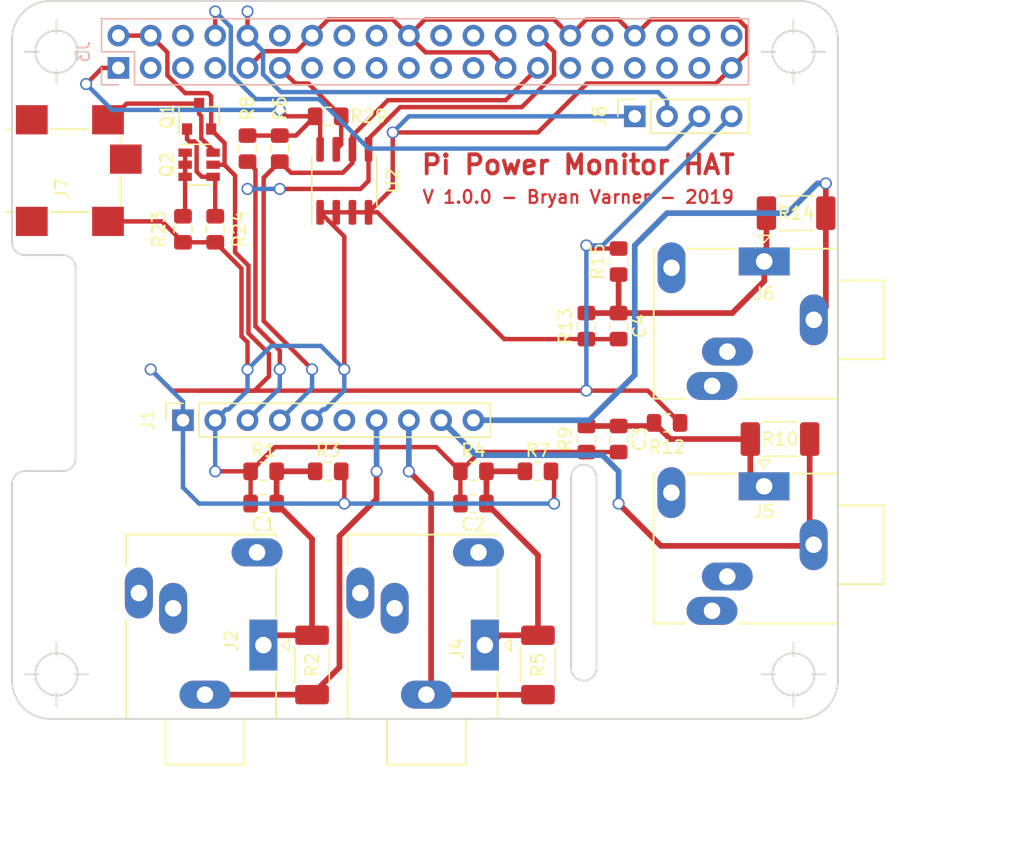
<source format=kicad_pcb>
(kicad_pcb (version 20190421) (host pcbnew "(5.1.0-550-g92ccb766a)")

  (general
    (thickness 1.6)
    (drawings 33)
    (tracks 295)
    (modules 38)
    (nets 20)
  )

  (page "A4")
  (title_block
    (title "Pi Power Monitor HAT")
    (date "2019-05-21")
    (rev "A")
    (company "Bryan Varner ")
    (comment 1 "V 1.0.0")
  )

  (layers
    (0 "F.Cu" signal)
    (31 "B.Cu" signal)
    (32 "B.Adhes" user)
    (33 "F.Adhes" user)
    (34 "B.Paste" user)
    (35 "F.Paste" user)
    (36 "B.SilkS" user)
    (37 "F.SilkS" user)
    (38 "B.Mask" user)
    (39 "F.Mask" user)
    (40 "Dwgs.User" user)
    (41 "Cmts.User" user)
    (42 "Eco1.User" user)
    (43 "Eco2.User" user)
    (44 "Edge.Cuts" user)
    (45 "Margin" user)
    (46 "B.CrtYd" user)
    (47 "F.CrtYd" user)
    (48 "B.Fab" user)
    (49 "F.Fab" user hide)
  )

  (setup
    (last_trace_width 0.35)
    (user_trace_width 0.15)
    (user_trace_width 0.2)
    (user_trace_width 0.25)
    (user_trace_width 0.4)
    (user_trace_width 0.5)
    (user_trace_width 0.6)
    (user_trace_width 1)
    (user_trace_width 2)
    (trace_clearance 0.2)
    (zone_clearance 0.2)
    (zone_45_only yes)
    (trace_min 0.15)
    (via_size 0.95)
    (via_drill 0.7)
    (via_min_size 0.95)
    (via_min_drill 0.7)
    (uvia_size 0.3)
    (uvia_drill 0.1)
    (uvias_allowed no)
    (uvia_min_size 0.2)
    (uvia_min_drill 0.1)
    (edge_width 0.15)
    (segment_width 0.15)
    (pcb_text_width 0.3)
    (pcb_text_size 1.5 1.5)
    (mod_edge_width 0.15)
    (mod_text_size 0.6 0.6)
    (mod_text_width 0.09)
    (pad_size 3.2 3.2)
    (pad_drill 3.2)
    (pad_to_mask_clearance 0.1)
    (aux_axis_origin 0 0)
    (grid_origin 130.5 64)
    (visible_elements 7FFFFE3F)
    (pcbplotparams
      (layerselection 0x010f8_ffffffff)
      (usegerberextensions false)
      (usegerberattributes false)
      (usegerberadvancedattributes false)
      (creategerberjobfile false)
      (excludeedgelayer false)
      (linewidth 0.100000)
      (plotframeref false)
      (viasonmask false)
      (mode 1)
      (useauxorigin false)
      (hpglpennumber 1)
      (hpglpenspeed 20)
      (hpglpendiameter 15.000000)
      (psnegative false)
      (psa4output false)
      (plotreference true)
      (plotvalue false)
      (plotinvisibletext false)
      (padsonsilk true)
      (subtractmaskfromsilk false)
      (outputformat 1)
      (mirror false)
      (drillshape 0)
      (scaleselection 1)
      (outputdirectory "prod"))
  )

  (net 0 "")
  (net 1 "GND")
  (net 2 "/ID_SD_EEPROM")
  (net 3 "/ID_SC_EEPROM")
  (net 4 "Net-(Q1-Pad1)")
  (net 5 "Net-(Q2-Pad1)")
  (net 6 "/P5V_HAT")
  (net 7 "/P5V")
  (net 8 "Net-(C1-Pad1)")
  (net 9 "/ADS_A3")
  (net 10 "/ADS_A2")
  (net 11 "/ADS_A1")
  (net 12 "/ADS_A0")
  (net 13 "Net-(C2-Pad1)")
  (net 14 "Net-(C3-Pad1)")
  (net 15 "Net-(C4-Pad1)")
  (net 16 "/P3V3_HAT")
  (net 17 "/WP_EEPROM")
  (net 18 "/PI_UART_RXD")
  (net 19 "/PI_UART_TXD")

  (net_class "Default" "This is the default net class."
    (clearance 0.2)
    (trace_width 0.35)
    (via_dia 0.95)
    (via_drill 0.7)
    (uvia_dia 0.3)
    (uvia_drill 0.1)
    (add_net "/ADS_ALRT")
    (add_net "/ID_SC_EEPROM")
    (add_net "/ID_SD_EEPROM")
    (add_net "/P3V3_HAT")
    (add_net "/P5V")
    (add_net "/P5V_HAT")
    (add_net "/PI_UART_RXD")
    (add_net "/PI_UART_TXD")
    (add_net "/WP_EEPROM")
    (add_net "GND")
    (add_net "Net-(J2-PadR)")
    (add_net "Net-(J2-PadRN)")
    (add_net "Net-(J2-PadTN)")
    (add_net "Net-(J3-Pad12)")
    (add_net "Net-(J3-Pad13)")
    (add_net "Net-(J3-Pad15)")
    (add_net "Net-(J3-Pad16)")
    (add_net "Net-(J3-Pad17)")
    (add_net "Net-(J3-Pad18)")
    (add_net "Net-(J3-Pad19)")
    (add_net "Net-(J3-Pad21)")
    (add_net "Net-(J3-Pad22)")
    (add_net "Net-(J3-Pad23)")
    (add_net "Net-(J3-Pad24)")
    (add_net "Net-(J3-Pad26)")
    (add_net "Net-(J3-Pad29)")
    (add_net "Net-(J3-Pad3)")
    (add_net "Net-(J3-Pad31)")
    (add_net "Net-(J3-Pad32)")
    (add_net "Net-(J3-Pad33)")
    (add_net "Net-(J3-Pad35)")
    (add_net "Net-(J3-Pad36)")
    (add_net "Net-(J3-Pad37)")
    (add_net "Net-(J3-Pad38)")
    (add_net "Net-(J3-Pad40)")
    (add_net "Net-(J3-Pad5)")
    (add_net "Net-(J3-Pad6)")
    (add_net "Net-(J3-Pad7)")
    (add_net "Net-(J4-PadR)")
    (add_net "Net-(J4-PadRN)")
    (add_net "Net-(J4-PadTN)")
    (add_net "Net-(J5-PadR)")
    (add_net "Net-(J5-PadRN)")
    (add_net "Net-(J5-PadTN)")
    (add_net "Net-(J6-PadR)")
    (add_net "Net-(J6-PadRN)")
    (add_net "Net-(J6-PadTN)")
    (add_net "Net-(J7-Pad3)")
    (add_net "Net-(Q1-Pad1)")
    (add_net "Net-(Q2-Pad1)")
  )

  (net_class "HC" ""
    (clearance 0.2)
    (trace_width 0.45)
    (via_dia 0.95)
    (via_drill 0.7)
    (uvia_dia 0.5)
    (uvia_drill 0.4)
    (diff_pair_width 0.45)
    (diff_pair_gap 0.25)
    (add_net "/ADS_A0")
    (add_net "/ADS_A1")
    (add_net "/ADS_A2")
    (add_net "/ADS_A3")
    (add_net "Net-(C1-Pad1)")
    (add_net "Net-(C2-Pad1)")
    (add_net "Net-(C3-Pad1)")
    (add_net "Net-(C4-Pad1)")
  )

  (module "Connector_PinSocket_2.54mm:PinSocket_1x04_P2.54mm_Vertical" (layer "F.Cu") (tedit 5A19A429) (tstamp 5CE4903D)
    (at 147.01 69.08 90)
    (descr "Through hole straight socket strip, 1x04, 2.54mm pitch, single row (from Kicad 4.0.7), script generated")
    (tags "Through hole socket strip THT 1x04 2.54mm single row")
    (path "/5CE48ADC")
    (fp_text reference "J8" (at 0 -2.77 90) (layer "F.SilkS")
      (effects (font (size 1 1) (thickness 0.15)))
    )
    (fp_text value "Conn_01x04" (at 0 10.39 90) (layer "F.Fab")
      (effects (font (size 1 1) (thickness 0.15)))
    )
    (fp_text user "%R" (at 0 3.81) (layer "F.Fab")
      (effects (font (size 1 1) (thickness 0.15)))
    )
    (fp_line (start -1.8 9.4) (end -1.8 -1.8) (layer "F.CrtYd") (width 0.05))
    (fp_line (start 1.75 9.4) (end -1.8 9.4) (layer "F.CrtYd") (width 0.05))
    (fp_line (start 1.75 -1.8) (end 1.75 9.4) (layer "F.CrtYd") (width 0.05))
    (fp_line (start -1.8 -1.8) (end 1.75 -1.8) (layer "F.CrtYd") (width 0.05))
    (fp_line (start 0 -1.33) (end 1.33 -1.33) (layer "F.SilkS") (width 0.12))
    (fp_line (start 1.33 -1.33) (end 1.33 0) (layer "F.SilkS") (width 0.12))
    (fp_line (start 1.33 1.27) (end 1.33 8.95) (layer "F.SilkS") (width 0.12))
    (fp_line (start -1.33 8.95) (end 1.33 8.95) (layer "F.SilkS") (width 0.12))
    (fp_line (start -1.33 1.27) (end -1.33 8.95) (layer "F.SilkS") (width 0.12))
    (fp_line (start -1.33 1.27) (end 1.33 1.27) (layer "F.SilkS") (width 0.12))
    (fp_line (start -1.27 8.89) (end -1.27 -1.27) (layer "F.Fab") (width 0.1))
    (fp_line (start 1.27 8.89) (end -1.27 8.89) (layer "F.Fab") (width 0.1))
    (fp_line (start 1.27 -0.635) (end 1.27 8.89) (layer "F.Fab") (width 0.1))
    (fp_line (start 0.635 -1.27) (end 1.27 -0.635) (layer "F.Fab") (width 0.1))
    (fp_line (start -1.27 -1.27) (end 0.635 -1.27) (layer "F.Fab") (width 0.1))
    (pad "4" thru_hole oval (at 0 7.62 90) (size 1.7 1.7) (drill 1) (layers *.Cu *.Mask)
      (net 6 "/P5V_HAT"))
    (pad "3" thru_hole oval (at 0 5.08 90) (size 1.7 1.7) (drill 1) (layers *.Cu *.Mask)
      (net 19 "/PI_UART_TXD"))
    (pad "2" thru_hole oval (at 0 2.54 90) (size 1.7 1.7) (drill 1) (layers *.Cu *.Mask)
      (net 18 "/PI_UART_RXD"))
    (pad "1" thru_hole rect (at 0 0 90) (size 1.7 1.7) (drill 1) (layers *.Cu *.Mask)
      (net 1 "GND"))
    (model "${KISYS3DMOD}/Connector_PinSocket_2.54mm.3dshapes/PinSocket_1x04_P2.54mm_Vertical.wrl"
      (at (xyz 0 0 0))
      (scale (xyz 1 1 1))
      (rotate (xyz 0 0 0))
    )
  )

  (module "MountingHole:MountingHole_3.2mm_M3_DIN965" (layer "F.Cu") (tedit 5CE4637A) (tstamp 5CE4BA8C)
    (at 133.04 88)
    (descr "Mounting Hole 3.2mm, no annular, M3, DIN965")
    (tags "mounting hole 3.2mm no annular m3 din965")
    (path "/5CE46CA9")
    (attr virtual)
    (fp_text reference "H6" (at 0 -3.8) (layer "F.SilkS") hide
      (effects (font (size 1 1) (thickness 0.15)))
    )
    (fp_text value "3mm_Mounting_Hole" (at 0 3.8) (layer "F.Fab")
      (effects (font (size 1 1) (thickness 0.15)))
    )
    (fp_circle (center 0 0) (end 3.05 0) (layer "F.CrtYd") (width 0.05))
    (fp_circle (center 0 0) (end 2.8 0) (layer "Cmts.User") (width 0.15))
    (fp_text user "%R" (at 0.3 0) (layer "F.Fab")
      (effects (font (size 1 1) (thickness 0.15)))
    )
    (pad "" np_thru_hole circle (at 0 0) (size 3.2 3.2) (drill 3.2) (layers *.Cu *.Mask)
      (zone_connect 0))
  )

  (module "MountingHole:MountingHole_3.2mm_M3_DIN965" (layer "F.Cu") (tedit 5CE46375) (tstamp 5CE4BA77)
    (at 112.72 88)
    (descr "Mounting Hole 3.2mm, no annular, M3, DIN965")
    (tags "mounting hole 3.2mm no annular m3 din965")
    (path "/5CE466C7")
    (attr virtual)
    (fp_text reference "H5" (at 0 -3.8) (layer "F.SilkS") hide
      (effects (font (size 1 1) (thickness 0.15)))
    )
    (fp_text value "3mm_Mounting_Hole" (at 0 3.8) (layer "F.Fab")
      (effects (font (size 1 1) (thickness 0.15)))
    )
    (fp_circle (center 0 0) (end 3.05 0) (layer "F.CrtYd") (width 0.05))
    (fp_circle (center 0 0) (end 2.8 0) (layer "Cmts.User") (width 0.15))
    (fp_text user "%R" (at 0.3 0) (layer "F.Fab")
      (effects (font (size 1 1) (thickness 0.15)))
    )
    (pad "" np_thru_hole circle (at 0 0) (size 3.2 3.2) (drill 3.2) (layers *.Cu *.Mask)
      (zone_connect 0))
  )

  (module "Resistor_SMD:R_0805_2012Metric_Pad1.15x1.40mm_HandSolder" (layer "F.Cu") (tedit 5B36C52B) (tstamp 5CE4A66D)
    (at 116.53 71.62 270)
    (descr "Resistor SMD 0805 (2012 Metric), square (rectangular) end terminal, IPC_7351 nominal with elongated pad for handsoldering. (Body size source: https://docs.google.com/spreadsheets/d/1BsfQQcO9C6DZCsRaXUlFlo91Tg2WpOkGARC1WS5S8t0/edit?usp=sharing), generated with kicad-footprint-generator")
    (tags "resistor handsolder")
    (path "/58E17720")
    (attr smd)
    (fp_text reference "R8" (at -3.175 0 90) (layer "F.SilkS")
      (effects (font (size 1 1) (thickness 0.15)))
    )
    (fp_text value "3.9K" (at 0 1.65 90) (layer "F.Fab")
      (effects (font (size 1 1) (thickness 0.15)))
    )
    (fp_text user "%R" (at 0 0 90) (layer "F.Fab")
      (effects (font (size 0.5 0.5) (thickness 0.08)))
    )
    (fp_line (start 1.85 0.95) (end -1.85 0.95) (layer "F.CrtYd") (width 0.05))
    (fp_line (start 1.85 -0.95) (end 1.85 0.95) (layer "F.CrtYd") (width 0.05))
    (fp_line (start -1.85 -0.95) (end 1.85 -0.95) (layer "F.CrtYd") (width 0.05))
    (fp_line (start -1.85 0.95) (end -1.85 -0.95) (layer "F.CrtYd") (width 0.05))
    (fp_line (start -0.261252 0.71) (end 0.261252 0.71) (layer "F.SilkS") (width 0.12))
    (fp_line (start -0.261252 -0.71) (end 0.261252 -0.71) (layer "F.SilkS") (width 0.12))
    (fp_line (start 1 0.6) (end -1 0.6) (layer "F.Fab") (width 0.1))
    (fp_line (start 1 -0.6) (end 1 0.6) (layer "F.Fab") (width 0.1))
    (fp_line (start -1 -0.6) (end 1 -0.6) (layer "F.Fab") (width 0.1))
    (fp_line (start -1 0.6) (end -1 -0.6) (layer "F.Fab") (width 0.1))
    (pad "2" smd roundrect (at 1.025 0 270) (size 1.15 1.4) (layers "F.Cu" "F.Paste" "F.Mask") (roundrect_rratio 0.217391)
      (net 3 "/ID_SC_EEPROM"))
    (pad "1" smd roundrect (at -1.025 0 270) (size 1.15 1.4) (layers "F.Cu" "F.Paste" "F.Mask") (roundrect_rratio 0.217391)
      (net 16 "/P3V3_HAT"))
    (model "${KISYS3DMOD}/Resistor_SMD.3dshapes/R_0805_2012Metric.wrl"
      (at (xyz 0 0 0))
      (scale (xyz 1 1 1))
      (rotate (xyz 0 0 0))
    )
  )

  (module "Capacitor_SMD:C_0805_2012Metric_Pad1.15x1.40mm_HandSolder" (layer "F.Cu") (tedit 5B36C52B) (tstamp 5CE449A9)
    (at 145.74 94.48 270)
    (descr "Capacitor SMD 0805 (2012 Metric), square (rectangular) end terminal, IPC_7351 nominal with elongated pad for handsoldering. (Body size source: https://docs.google.com/spreadsheets/d/1BsfQQcO9C6DZCsRaXUlFlo91Tg2WpOkGARC1WS5S8t0/edit?usp=sharing), generated with kicad-footprint-generator")
    (tags "capacitor handsolder")
    (path "/5CDAAFFD")
    (attr smd)
    (fp_text reference "C3" (at 0 -1.65 90) (layer "F.SilkS")
      (effects (font (size 1 1) (thickness 0.15)))
    )
    (fp_text value "10uF" (at 0 1.65 90) (layer "F.Fab")
      (effects (font (size 1 1) (thickness 0.15)))
    )
    (fp_text user "%R" (at 0 0 90) (layer "F.Fab")
      (effects (font (size 0.5 0.5) (thickness 0.08)))
    )
    (fp_line (start 1.85 0.95) (end -1.85 0.95) (layer "F.CrtYd") (width 0.05))
    (fp_line (start 1.85 -0.95) (end 1.85 0.95) (layer "F.CrtYd") (width 0.05))
    (fp_line (start -1.85 -0.95) (end 1.85 -0.95) (layer "F.CrtYd") (width 0.05))
    (fp_line (start -1.85 0.95) (end -1.85 -0.95) (layer "F.CrtYd") (width 0.05))
    (fp_line (start -0.261252 0.71) (end 0.261252 0.71) (layer "F.SilkS") (width 0.12))
    (fp_line (start -0.261252 -0.71) (end 0.261252 -0.71) (layer "F.SilkS") (width 0.12))
    (fp_line (start 1 0.6) (end -1 0.6) (layer "F.Fab") (width 0.1))
    (fp_line (start 1 -0.6) (end 1 0.6) (layer "F.Fab") (width 0.1))
    (fp_line (start -1 -0.6) (end 1 -0.6) (layer "F.Fab") (width 0.1))
    (fp_line (start -1 0.6) (end -1 -0.6) (layer "F.Fab") (width 0.1))
    (pad "2" smd roundrect (at 1.025 0 270) (size 1.15 1.4) (layers "F.Cu" "F.Paste" "F.Mask") (roundrect_rratio 0.217391)
      (net 1 "GND"))
    (pad "1" smd roundrect (at -1.025 0 270) (size 1.15 1.4) (layers "F.Cu" "F.Paste" "F.Mask") (roundrect_rratio 0.217391)
      (net 14 "Net-(C3-Pad1)"))
    (model "${KISYS3DMOD}/Capacitor_SMD.3dshapes/C_0805_2012Metric.wrl"
      (at (xyz 0 0 0))
      (scale (xyz 1 1 1))
      (rotate (xyz 0 0 0))
    )
  )

  (module "MountingHole:MountingHole_2.7mm_M2.5" (layer "F.Cu") (tedit 5CE42973) (tstamp 5CE449D2)
    (at 159.5 113)
    (descr "Mounting Hole 2.7mm, no annular, M2.5")
    (tags "mounting hole 2.7mm no annular m2.5")
    (path "/5834BD62")
    (attr virtual)
    (fp_text reference "H3" (at 0 -3.7) (layer "F.SilkS") hide
      (effects (font (size 1 1) (thickness 0.15)))
    )
    (fp_text value "3mm_Mounting_Hole" (at 0 3.7) (layer "F.Fab")
      (effects (font (size 1 1) (thickness 0.15)))
    )
    (fp_circle (center 0 0) (end 2.95 0) (layer "F.CrtYd") (width 0.05))
    (fp_circle (center 0 0) (end 2.7 0) (layer "Cmts.User") (width 0.15))
    (fp_text user "%R" (at 0.3 0) (layer "F.Fab")
      (effects (font (size 1 1) (thickness 0.15)))
    )
    (pad "" np_thru_hole circle (at 0 0) (size 2.75 2.75) (drill 2.75) (layers *.Cu *.Mask)
      (zone_connect 0))
  )

  (module "Resistor_SMD:R_0805_2012Metric_Pad1.15x1.40mm_HandSolder" (layer "F.Cu") (tedit 5B36C52B) (tstamp 5CE44B94)
    (at 139.39 97.02)
    (descr "Resistor SMD 0805 (2012 Metric), square (rectangular) end terminal, IPC_7351 nominal with elongated pad for handsoldering. (Body size source: https://docs.google.com/spreadsheets/d/1BsfQQcO9C6DZCsRaXUlFlo91Tg2WpOkGARC1WS5S8t0/edit?usp=sharing), generated with kicad-footprint-generator")
    (tags "resistor handsolder")
    (path "/5CDA8EC5")
    (attr smd)
    (fp_text reference "R7" (at 0 -1.65) (layer "F.SilkS")
      (effects (font (size 1 1) (thickness 0.15)))
    )
    (fp_text value "10K" (at 0 1.65) (layer "F.Fab")
      (effects (font (size 1 1) (thickness 0.15)))
    )
    (fp_text user "%R" (at 0 0) (layer "F.Fab")
      (effects (font (size 0.5 0.5) (thickness 0.08)))
    )
    (fp_line (start 1.85 0.95) (end -1.85 0.95) (layer "F.CrtYd") (width 0.05))
    (fp_line (start 1.85 -0.95) (end 1.85 0.95) (layer "F.CrtYd") (width 0.05))
    (fp_line (start -1.85 -0.95) (end 1.85 -0.95) (layer "F.CrtYd") (width 0.05))
    (fp_line (start -1.85 0.95) (end -1.85 -0.95) (layer "F.CrtYd") (width 0.05))
    (fp_line (start -0.261252 0.71) (end 0.261252 0.71) (layer "F.SilkS") (width 0.12))
    (fp_line (start -0.261252 -0.71) (end 0.261252 -0.71) (layer "F.SilkS") (width 0.12))
    (fp_line (start 1 0.6) (end -1 0.6) (layer "F.Fab") (width 0.1))
    (fp_line (start 1 -0.6) (end 1 0.6) (layer "F.Fab") (width 0.1))
    (fp_line (start -1 -0.6) (end 1 -0.6) (layer "F.Fab") (width 0.1))
    (fp_line (start -1 0.6) (end -1 -0.6) (layer "F.Fab") (width 0.1))
    (pad "2" smd roundrect (at 1.025 0) (size 1.15 1.4) (layers "F.Cu" "F.Paste" "F.Mask") (roundrect_rratio 0.217391)
      (net 6 "/P5V_HAT"))
    (pad "1" smd roundrect (at -1.025 0) (size 1.15 1.4) (layers "F.Cu" "F.Paste" "F.Mask") (roundrect_rratio 0.217391)
      (net 13 "Net-(C2-Pad1)"))
    (model "${KISYS3DMOD}/Resistor_SMD.3dshapes/R_0805_2012Metric.wrl"
      (at (xyz 0 0 0))
      (scale (xyz 1 1 1))
      (rotate (xyz 0 0 0))
    )
  )

  (module "Resistor_SMD:R_0805_2012Metric_Pad1.15x1.40mm_HandSolder" (layer "F.Cu") (tedit 5B36C52B) (tstamp 5CE44BE9)
    (at 149.55 93.21)
    (descr "Resistor SMD 0805 (2012 Metric), square (rectangular) end terminal, IPC_7351 nominal with elongated pad for handsoldering. (Body size source: https://docs.google.com/spreadsheets/d/1BsfQQcO9C6DZCsRaXUlFlo91Tg2WpOkGARC1WS5S8t0/edit?usp=sharing), generated with kicad-footprint-generator")
    (tags "resistor handsolder")
    (path "/5CDAB01B")
    (attr smd)
    (fp_text reference "R12" (at 0 1.905) (layer "F.SilkS")
      (effects (font (size 1 1) (thickness 0.15)))
    )
    (fp_text value "10K" (at 0 1.65) (layer "F.Fab")
      (effects (font (size 1 1) (thickness 0.15)))
    )
    (fp_text user "%R" (at 0 0) (layer "F.Fab")
      (effects (font (size 0.5 0.5) (thickness 0.08)))
    )
    (fp_line (start 1.85 0.95) (end -1.85 0.95) (layer "F.CrtYd") (width 0.05))
    (fp_line (start 1.85 -0.95) (end 1.85 0.95) (layer "F.CrtYd") (width 0.05))
    (fp_line (start -1.85 -0.95) (end 1.85 -0.95) (layer "F.CrtYd") (width 0.05))
    (fp_line (start -1.85 0.95) (end -1.85 -0.95) (layer "F.CrtYd") (width 0.05))
    (fp_line (start -0.261252 0.71) (end 0.261252 0.71) (layer "F.SilkS") (width 0.12))
    (fp_line (start -0.261252 -0.71) (end 0.261252 -0.71) (layer "F.SilkS") (width 0.12))
    (fp_line (start 1 0.6) (end -1 0.6) (layer "F.Fab") (width 0.1))
    (fp_line (start 1 -0.6) (end 1 0.6) (layer "F.Fab") (width 0.1))
    (fp_line (start -1 -0.6) (end 1 -0.6) (layer "F.Fab") (width 0.1))
    (fp_line (start -1 0.6) (end -1 -0.6) (layer "F.Fab") (width 0.1))
    (pad "2" smd roundrect (at 1.025 0) (size 1.15 1.4) (layers "F.Cu" "F.Paste" "F.Mask") (roundrect_rratio 0.217391)
      (net 6 "/P5V_HAT"))
    (pad "1" smd roundrect (at -1.025 0) (size 1.15 1.4) (layers "F.Cu" "F.Paste" "F.Mask") (roundrect_rratio 0.217391)
      (net 14 "Net-(C3-Pad1)"))
    (model "${KISYS3DMOD}/Resistor_SMD.3dshapes/R_0805_2012Metric.wrl"
      (at (xyz 0 0 0))
      (scale (xyz 1 1 1))
      (rotate (xyz 0 0 0))
    )
  )

  (module "Capacitor_SMD:C_0805_2012Metric_Pad1.15x1.40mm_HandSolder" (layer "F.Cu") (tedit 5B36C52B) (tstamp 5CE449BA)
    (at 145.74 85.59 270)
    (descr "Capacitor SMD 0805 (2012 Metric), square (rectangular) end terminal, IPC_7351 nominal with elongated pad for handsoldering. (Body size source: https://docs.google.com/spreadsheets/d/1BsfQQcO9C6DZCsRaXUlFlo91Tg2WpOkGARC1WS5S8t0/edit?usp=sharing), generated with kicad-footprint-generator")
    (tags "capacitor handsolder")
    (path "/5CDABC5C")
    (attr smd)
    (fp_text reference "C4" (at 0 -1.65 90) (layer "F.SilkS")
      (effects (font (size 1 1) (thickness 0.15)))
    )
    (fp_text value "10uF" (at 0 1.65 90) (layer "F.Fab")
      (effects (font (size 1 1) (thickness 0.15)))
    )
    (fp_text user "%R" (at 0 0 90) (layer "F.Fab")
      (effects (font (size 0.5 0.5) (thickness 0.08)))
    )
    (fp_line (start 1.85 0.95) (end -1.85 0.95) (layer "F.CrtYd") (width 0.05))
    (fp_line (start 1.85 -0.95) (end 1.85 0.95) (layer "F.CrtYd") (width 0.05))
    (fp_line (start -1.85 -0.95) (end 1.85 -0.95) (layer "F.CrtYd") (width 0.05))
    (fp_line (start -1.85 0.95) (end -1.85 -0.95) (layer "F.CrtYd") (width 0.05))
    (fp_line (start -0.261252 0.71) (end 0.261252 0.71) (layer "F.SilkS") (width 0.12))
    (fp_line (start -0.261252 -0.71) (end 0.261252 -0.71) (layer "F.SilkS") (width 0.12))
    (fp_line (start 1 0.6) (end -1 0.6) (layer "F.Fab") (width 0.1))
    (fp_line (start 1 -0.6) (end 1 0.6) (layer "F.Fab") (width 0.1))
    (fp_line (start -1 -0.6) (end 1 -0.6) (layer "F.Fab") (width 0.1))
    (fp_line (start -1 0.6) (end -1 -0.6) (layer "F.Fab") (width 0.1))
    (pad "2" smd roundrect (at 1.025 0 270) (size 1.15 1.4) (layers "F.Cu" "F.Paste" "F.Mask") (roundrect_rratio 0.217391)
      (net 1 "GND"))
    (pad "1" smd roundrect (at -1.025 0 270) (size 1.15 1.4) (layers "F.Cu" "F.Paste" "F.Mask") (roundrect_rratio 0.217391)
      (net 15 "Net-(C4-Pad1)"))
    (model "${KISYS3DMOD}/Capacitor_SMD.3dshapes/C_0805_2012Metric.wrl"
      (at (xyz 0 0 0))
      (scale (xyz 1 1 1))
      (rotate (xyz 0 0 0))
    )
  )

  (module "Resistor_SMD:R_2010_5025Metric_Pad1.52x2.65mm_HandSolder" (layer "F.Cu") (tedit 5B301BBD) (tstamp 5CE44B3F)
    (at 121.61 112.26 90)
    (descr "Resistor SMD 2010 (5025 Metric), square (rectangular) end terminal, IPC_7351 nominal with elongated pad for handsoldering. (Body size source: http://www.tortai-tech.com/upload/download/2011102023233369053.pdf), generated with kicad-footprint-generator")
    (tags "resistor handsolder")
    (path "/5CDAB50D")
    (attr smd)
    (fp_text reference "R2" (at 0 0 90) (layer "F.SilkS")
      (effects (font (size 1 1) (thickness 0.15)))
    )
    (fp_text value "18" (at 0 2.28 90) (layer "F.Fab")
      (effects (font (size 1 1) (thickness 0.15)))
    )
    (fp_text user "%R" (at 0 0 90) (layer "F.Fab")
      (effects (font (size 1 1) (thickness 0.15)))
    )
    (fp_line (start 3.35 1.58) (end -3.35 1.58) (layer "F.CrtYd") (width 0.05))
    (fp_line (start 3.35 -1.58) (end 3.35 1.58) (layer "F.CrtYd") (width 0.05))
    (fp_line (start -3.35 -1.58) (end 3.35 -1.58) (layer "F.CrtYd") (width 0.05))
    (fp_line (start -3.35 1.58) (end -3.35 -1.58) (layer "F.CrtYd") (width 0.05))
    (fp_line (start -1.402064 1.36) (end 1.402064 1.36) (layer "F.SilkS") (width 0.12))
    (fp_line (start -1.402064 -1.36) (end 1.402064 -1.36) (layer "F.SilkS") (width 0.12))
    (fp_line (start 2.5 1.25) (end -2.5 1.25) (layer "F.Fab") (width 0.1))
    (fp_line (start 2.5 -1.25) (end 2.5 1.25) (layer "F.Fab") (width 0.1))
    (fp_line (start -2.5 -1.25) (end 2.5 -1.25) (layer "F.Fab") (width 0.1))
    (fp_line (start -2.5 1.25) (end -2.5 -1.25) (layer "F.Fab") (width 0.1))
    (pad "2" smd roundrect (at 2.3375 0 90) (size 1.525 2.65) (layers "F.Cu" "F.Paste" "F.Mask") (roundrect_rratio 0.163934)
      (net 8 "Net-(C1-Pad1)"))
    (pad "1" smd roundrect (at -2.3375 0 90) (size 1.525 2.65) (layers "F.Cu" "F.Paste" "F.Mask") (roundrect_rratio 0.163934)
      (net 12 "/ADS_A0"))
    (model "${KISYS3DMOD}/Resistor_SMD.3dshapes/R_2010_5025Metric.wrl"
      (at (xyz 0 0 0))
      (scale (xyz 1 1 1))
      (rotate (xyz 0 0 0))
    )
  )

  (module "Connector_Audio:Jack_3.5mm_Ledino_KB3SPRS_Horizontal" (layer "F.Cu") (tedit 5BC12D58) (tstamp 5CE46EA4)
    (at 135.21 110.7 90)
    (descr "https://www.reichelt.de/index.html?ACTION=7&LA=3&OPEN=0&INDEX=0&FILENAME=C160%252FKB3SPRS.pdf")
    (tags "jack stereo TRS")
    (path "/5CDA8F03")
    (fp_text reference "J4" (at -0.29 -2.17 90) (layer "F.SilkS")
      (effects (font (size 1 1) (thickness 0.15)))
    )
    (fp_text value "AudioJack2_Dual_Ground_Switche" (at 2.3 -12.2 90) (layer "F.Fab")
      (effects (font (size 1 1) (thickness 0.15)))
    )
    (fp_circle (center 0.1 -1.75) (end 0.4 -1.55) (layer "F.Fab") (width 0.12))
    (fp_line (start 9.1 2) (end 9.1 -11.4) (layer "F.CrtYd") (width 0.05))
    (fp_line (start -9.8 -11.4) (end -9.8 2) (layer "F.CrtYd") (width 0.05))
    (fp_line (start -9.4 -1.5) (end -5.8 -1.5) (layer "F.SilkS") (width 0.15))
    (fp_line (start -9.4 -7.7) (end -9.4 -1.5) (layer "F.SilkS") (width 0.15))
    (fp_line (start -5.8 -7.7) (end -9.4 -7.7) (layer "F.SilkS") (width 0.15))
    (fp_line (start -5.8 1) (end -5.8 -10.8) (layer "F.SilkS") (width 0.15))
    (fp_line (start -2.25 1) (end -5.8 1) (layer "F.SilkS") (width 0.15))
    (fp_line (start 6 1) (end 2.25 1) (layer "F.SilkS") (width 0.15))
    (fp_line (start 8.7 1) (end 8.6 1) (layer "F.SilkS") (width 0.15))
    (fp_line (start 8.7 -10.8) (end 8.7 1) (layer "F.SilkS") (width 0.15))
    (fp_line (start 6.3 -10.8) (end 8.7 -10.8) (layer "F.SilkS") (width 0.15))
    (fp_line (start -5.8 -10.8) (end 1.95 -10.8) (layer "F.SilkS") (width 0.15))
    (fp_line (start 9.1 -11.4) (end -9.8 -11.4) (layer "F.CrtYd") (width 0.05))
    (fp_line (start -9.8 2) (end 9.1 2) (layer "F.CrtYd") (width 0.05))
    (fp_line (start 8.6 -10.7) (end -5.7 -10.7) (layer "F.Fab") (width 0.1))
    (fp_line (start 8.6 0.9) (end 8.6 -10.7) (layer "F.Fab") (width 0.1))
    (fp_line (start -5.7 0.9) (end 8.6 0.9) (layer "F.Fab") (width 0.1))
    (fp_line (start -5.7 -10.7) (end -5.7 0.9) (layer "F.Fab") (width 0.1))
    (fp_line (start -9.3 -7.6) (end -5.7 -7.6) (layer "F.Fab") (width 0.1))
    (fp_line (start -9.3 -1.6) (end -5.7 -1.6) (layer "F.Fab") (width 0.1))
    (fp_line (start -9.3 -7.6) (end -9.3 -1.6) (layer "F.Fab") (width 0.1))
    (fp_line (start 0 1.5) (end -0.5 2.05) (layer "F.SilkS") (width 0.12))
    (fp_line (start -0.5 2.05) (end 0.5 2.05) (layer "F.SilkS") (width 0.12))
    (fp_line (start 0.5 2.05) (end 0 1.5) (layer "F.SilkS") (width 0.12))
    (fp_text user "%R" (at 2.7 -4.6 90) (layer "F.Fab")
      (effects (font (size 1 1) (thickness 0.15)))
    )
    (pad "S" thru_hole oval (at -3.9 -4.6 90) (size 2.2 4) (drill 1.3) (layers *.Cu *.Mask)
      (net 11 "/ADS_A1"))
    (pad "R" thru_hole oval (at 4.1 -9.8 90) (size 4 2.2) (drill 1.3) (layers *.Cu *.Mask))
    (pad "RN" thru_hole oval (at 2.9 -7.1 90) (size 4 2.2) (drill 1.3) (layers *.Cu *.Mask))
    (pad "TN" thru_hole oval (at 7.3 -0.5 180) (size 4 2.2) (drill 1.3) (layers *.Cu *.Mask))
    (pad "T" thru_hole rect (at 0 0 90) (size 4 2.2) (drill 1.3) (layers *.Cu *.Mask)
      (net 13 "Net-(C2-Pad1)"))
    (model "${KISYS3DMOD}/Connector_Audio.3dshapes/Jack_3.5mm_Ledino_KB3SPRS_Horizontal.wrl"
      (at (xyz 0 0 0))
      (scale (xyz 1 1 1))
      (rotate (xyz 0 0 0))
    )
  )

  (module "Resistor_SMD:R_0805_2012Metric_Pad1.15x1.40mm_HandSolder" (layer "F.Cu") (tedit 5B36C52B) (tstamp 5CE44B83)
    (at 119.07 71.62 270)
    (descr "Resistor SMD 0805 (2012 Metric), square (rectangular) end terminal, IPC_7351 nominal with elongated pad for handsoldering. (Body size source: https://docs.google.com/spreadsheets/d/1BsfQQcO9C6DZCsRaXUlFlo91Tg2WpOkGARC1WS5S8t0/edit?usp=sharing), generated with kicad-footprint-generator")
    (tags "resistor handsolder")
    (path "/58E17715")
    (attr smd)
    (fp_text reference "R6" (at -3.175 0 90) (layer "F.SilkS")
      (effects (font (size 1 1) (thickness 0.15)))
    )
    (fp_text value "3.9K" (at 0 1.65 90) (layer "F.Fab")
      (effects (font (size 1 1) (thickness 0.15)))
    )
    (fp_text user "%R" (at 0 0 90) (layer "F.Fab")
      (effects (font (size 0.5 0.5) (thickness 0.08)))
    )
    (fp_line (start 1.85 0.95) (end -1.85 0.95) (layer "F.CrtYd") (width 0.05))
    (fp_line (start 1.85 -0.95) (end 1.85 0.95) (layer "F.CrtYd") (width 0.05))
    (fp_line (start -1.85 -0.95) (end 1.85 -0.95) (layer "F.CrtYd") (width 0.05))
    (fp_line (start -1.85 0.95) (end -1.85 -0.95) (layer "F.CrtYd") (width 0.05))
    (fp_line (start -0.261252 0.71) (end 0.261252 0.71) (layer "F.SilkS") (width 0.12))
    (fp_line (start -0.261252 -0.71) (end 0.261252 -0.71) (layer "F.SilkS") (width 0.12))
    (fp_line (start 1 0.6) (end -1 0.6) (layer "F.Fab") (width 0.1))
    (fp_line (start 1 -0.6) (end 1 0.6) (layer "F.Fab") (width 0.1))
    (fp_line (start -1 -0.6) (end 1 -0.6) (layer "F.Fab") (width 0.1))
    (fp_line (start -1 0.6) (end -1 -0.6) (layer "F.Fab") (width 0.1))
    (pad "2" smd roundrect (at 1.025 0 270) (size 1.15 1.4) (layers "F.Cu" "F.Paste" "F.Mask") (roundrect_rratio 0.217391)
      (net 2 "/ID_SD_EEPROM"))
    (pad "1" smd roundrect (at -1.025 0 270) (size 1.15 1.4) (layers "F.Cu" "F.Paste" "F.Mask") (roundrect_rratio 0.217391)
      (net 16 "/P3V3_HAT"))
    (model "${KISYS3DMOD}/Resistor_SMD.3dshapes/R_0805_2012Metric.wrl"
      (at (xyz 0 0 0))
      (scale (xyz 1 1 1))
      (rotate (xyz 0 0 0))
    )
  )

  (module "Connector_PinSocket_2.54mm:PinSocket_1x10_P2.54mm_Vertical" (layer "F.Cu") (tedit 5A19A425) (tstamp 5CE449F8)
    (at 111.45 93 90)
    (descr "Through hole straight socket strip, 1x10, 2.54mm pitch, single row (from Kicad 4.0.7), script generated")
    (tags "Through hole socket strip THT 1x10 2.54mm single row")
    (path "/5CD9D24A")
    (fp_text reference "J1" (at 0 -2.77 90) (layer "F.SilkS")
      (effects (font (size 1 1) (thickness 0.15)))
    )
    (fp_text value "Conn_01x10" (at 0 25.63 90) (layer "F.Fab")
      (effects (font (size 1 1) (thickness 0.15)))
    )
    (fp_text user "%R" (at 0 11.43) (layer "F.Fab")
      (effects (font (size 1 1) (thickness 0.15)))
    )
    (fp_line (start -1.8 24.6) (end -1.8 -1.8) (layer "F.CrtYd") (width 0.05))
    (fp_line (start 1.75 24.6) (end -1.8 24.6) (layer "F.CrtYd") (width 0.05))
    (fp_line (start 1.75 -1.8) (end 1.75 24.6) (layer "F.CrtYd") (width 0.05))
    (fp_line (start -1.8 -1.8) (end 1.75 -1.8) (layer "F.CrtYd") (width 0.05))
    (fp_line (start 0 -1.33) (end 1.33 -1.33) (layer "F.SilkS") (width 0.12))
    (fp_line (start 1.33 -1.33) (end 1.33 0) (layer "F.SilkS") (width 0.12))
    (fp_line (start 1.33 1.27) (end 1.33 24.19) (layer "F.SilkS") (width 0.12))
    (fp_line (start -1.33 24.19) (end 1.33 24.19) (layer "F.SilkS") (width 0.12))
    (fp_line (start -1.33 1.27) (end -1.33 24.19) (layer "F.SilkS") (width 0.12))
    (fp_line (start -1.33 1.27) (end 1.33 1.27) (layer "F.SilkS") (width 0.12))
    (fp_line (start -1.27 24.13) (end -1.27 -1.27) (layer "F.Fab") (width 0.1))
    (fp_line (start 1.27 24.13) (end -1.27 24.13) (layer "F.Fab") (width 0.1))
    (fp_line (start 1.27 -0.635) (end 1.27 24.13) (layer "F.Fab") (width 0.1))
    (fp_line (start 0.635 -1.27) (end 1.27 -0.635) (layer "F.Fab") (width 0.1))
    (fp_line (start -1.27 -1.27) (end 0.635 -1.27) (layer "F.Fab") (width 0.1))
    (pad "10" thru_hole oval (at 0 22.86 90) (size 1.7 1.7) (drill 1) (layers *.Cu *.Mask)
      (net 9 "/ADS_A3"))
    (pad "9" thru_hole oval (at 0 20.32 90) (size 1.7 1.7) (drill 1) (layers *.Cu *.Mask)
      (net 10 "/ADS_A2"))
    (pad "8" thru_hole oval (at 0 17.78 90) (size 1.7 1.7) (drill 1) (layers *.Cu *.Mask)
      (net 11 "/ADS_A1"))
    (pad "7" thru_hole oval (at 0 15.24 90) (size 1.7 1.7) (drill 1) (layers *.Cu *.Mask)
      (net 12 "/ADS_A0"))
    (pad "6" thru_hole oval (at 0 12.7 90) (size 1.7 1.7) (drill 1) (layers *.Cu *.Mask))
    (pad "5" thru_hole oval (at 0 10.16 90) (size 1.7 1.7) (drill 1) (layers *.Cu *.Mask)
      (net 1 "GND"))
    (pad "4" thru_hole oval (at 0 7.62 90) (size 1.7 1.7) (drill 1) (layers *.Cu *.Mask)
      (net 2 "/ID_SD_EEPROM"))
    (pad "3" thru_hole oval (at 0 5.08 90) (size 1.7 1.7) (drill 1) (layers *.Cu *.Mask)
      (net 3 "/ID_SC_EEPROM"))
    (pad "2" thru_hole oval (at 0 2.54 90) (size 1.7 1.7) (drill 1) (layers *.Cu *.Mask)
      (net 1 "GND"))
    (pad "1" thru_hole rect (at 0 0 90) (size 1.7 1.7) (drill 1) (layers *.Cu *.Mask)
      (net 6 "/P5V_HAT"))
    (model "${KISYS3DMOD}/Connector_PinSocket_2.54mm.3dshapes/PinSocket_1x10_P2.54mm_Vertical.wrl"
      (at (xyz 0 0 0))
      (scale (xyz 1 1 1))
      (rotate (xyz 0 0 0))
    )
  )

  (module "Package_TO_SOT_SMD:SOT-23-6" (layer "F.Cu") (tedit 5A02FF57) (tstamp 5CE48938)
    (at 112.72 72.89)
    (descr "6-pin SOT-23 package")
    (tags "SOT-23-6")
    (path "/58E1538B")
    (attr smd)
    (fp_text reference "Q2" (at -2.54 0 90) (layer "F.SilkS")
      (effects (font (size 1 1) (thickness 0.15)))
    )
    (fp_text value "DMMT5401" (at 0 2.9) (layer "F.Fab")
      (effects (font (size 1 1) (thickness 0.15)))
    )
    (fp_line (start 0.9 -1.55) (end 0.9 1.55) (layer "F.Fab") (width 0.1))
    (fp_line (start 0.9 1.55) (end -0.9 1.55) (layer "F.Fab") (width 0.1))
    (fp_line (start -0.9 -0.9) (end -0.9 1.55) (layer "F.Fab") (width 0.1))
    (fp_line (start 0.9 -1.55) (end -0.25 -1.55) (layer "F.Fab") (width 0.1))
    (fp_line (start -0.9 -0.9) (end -0.25 -1.55) (layer "F.Fab") (width 0.1))
    (fp_line (start -1.9 -1.8) (end -1.9 1.8) (layer "F.CrtYd") (width 0.05))
    (fp_line (start -1.9 1.8) (end 1.9 1.8) (layer "F.CrtYd") (width 0.05))
    (fp_line (start 1.9 1.8) (end 1.9 -1.8) (layer "F.CrtYd") (width 0.05))
    (fp_line (start 1.9 -1.8) (end -1.9 -1.8) (layer "F.CrtYd") (width 0.05))
    (fp_line (start 0.9 -1.61) (end -1.55 -1.61) (layer "F.SilkS") (width 0.12))
    (fp_line (start -0.9 1.61) (end 0.9 1.61) (layer "F.SilkS") (width 0.12))
    (fp_text user "%R" (at 0 0 90) (layer "F.Fab")
      (effects (font (size 0.5 0.5) (thickness 0.075)))
    )
    (pad "5" smd rect (at 1.1 0) (size 1.06 0.65) (layers "F.Cu" "F.Paste" "F.Mask")
      (net 6 "/P5V_HAT"))
    (pad "6" smd rect (at 1.1 -0.95) (size 1.06 0.65) (layers "F.Cu" "F.Paste" "F.Mask")
      (net 7 "/P5V"))
    (pad "4" smd rect (at 1.1 0.95) (size 1.06 0.65) (layers "F.Cu" "F.Paste" "F.Mask")
      (net 4 "Net-(Q1-Pad1)"))
    (pad "3" smd rect (at -1.1 0.95) (size 1.06 0.65) (layers "F.Cu" "F.Paste" "F.Mask")
      (net 5 "Net-(Q2-Pad1)"))
    (pad "2" smd rect (at -1.1 0) (size 1.06 0.65) (layers "F.Cu" "F.Paste" "F.Mask")
      (net 5 "Net-(Q2-Pad1)"))
    (pad "1" smd rect (at -1.1 -0.95) (size 1.06 0.65) (layers "F.Cu" "F.Paste" "F.Mask")
      (net 5 "Net-(Q2-Pad1)"))
    (model "${KISYS3DMOD}/Package_TO_SOT_SMD.3dshapes/SOT-23-6.wrl"
      (at (xyz 0 0 0))
      (scale (xyz 1 1 1))
      (rotate (xyz 0 0 0))
    )
  )

  (module "Connector_Audio:Jack_3.5mm_Ledino_KB3SPRS_Horizontal" (layer "F.Cu") (tedit 5BC12D58) (tstamp 5CE4DFC4)
    (at 117.78 110.7 90)
    (descr "https://www.reichelt.de/index.html?ACTION=7&LA=3&OPEN=0&INDEX=0&FILENAME=C160%252FKB3SPRS.pdf")
    (tags "jack stereo TRS")
    (path "/5CDAFF7A")
    (fp_text reference "J2" (at 0.345 -2.52 90) (layer "F.SilkS")
      (effects (font (size 1 1) (thickness 0.15)))
    )
    (fp_text value "AudioJack2_Dual_Ground_Switche" (at 2.3 -12.2 90) (layer "F.Fab")
      (effects (font (size 1 1) (thickness 0.15)))
    )
    (fp_circle (center 0.1 -1.75) (end 0.4 -1.55) (layer "F.Fab") (width 0.12))
    (fp_line (start 9.1 2) (end 9.1 -11.4) (layer "F.CrtYd") (width 0.05))
    (fp_line (start -9.8 -11.4) (end -9.8 2) (layer "F.CrtYd") (width 0.05))
    (fp_line (start -9.4 -1.5) (end -5.8 -1.5) (layer "F.SilkS") (width 0.15))
    (fp_line (start -9.4 -7.7) (end -9.4 -1.5) (layer "F.SilkS") (width 0.15))
    (fp_line (start -5.8 -7.7) (end -9.4 -7.7) (layer "F.SilkS") (width 0.15))
    (fp_line (start -5.8 1) (end -5.8 -10.8) (layer "F.SilkS") (width 0.15))
    (fp_line (start -2.25 1) (end -5.8 1) (layer "F.SilkS") (width 0.15))
    (fp_line (start 6 1) (end 2.25 1) (layer "F.SilkS") (width 0.15))
    (fp_line (start 8.7 1) (end 8.6 1) (layer "F.SilkS") (width 0.15))
    (fp_line (start 8.7 -10.8) (end 8.7 1) (layer "F.SilkS") (width 0.15))
    (fp_line (start 6.3 -10.8) (end 8.7 -10.8) (layer "F.SilkS") (width 0.15))
    (fp_line (start -5.8 -10.8) (end 1.95 -10.8) (layer "F.SilkS") (width 0.15))
    (fp_line (start 9.1 -11.4) (end -9.8 -11.4) (layer "F.CrtYd") (width 0.05))
    (fp_line (start -9.8 2) (end 9.1 2) (layer "F.CrtYd") (width 0.05))
    (fp_line (start 8.6 -10.7) (end -5.7 -10.7) (layer "F.Fab") (width 0.1))
    (fp_line (start 8.6 0.9) (end 8.6 -10.7) (layer "F.Fab") (width 0.1))
    (fp_line (start -5.7 0.9) (end 8.6 0.9) (layer "F.Fab") (width 0.1))
    (fp_line (start -5.7 -10.7) (end -5.7 0.9) (layer "F.Fab") (width 0.1))
    (fp_line (start -9.3 -7.6) (end -5.7 -7.6) (layer "F.Fab") (width 0.1))
    (fp_line (start -9.3 -1.6) (end -5.7 -1.6) (layer "F.Fab") (width 0.1))
    (fp_line (start -9.3 -7.6) (end -9.3 -1.6) (layer "F.Fab") (width 0.1))
    (fp_line (start 0 1.5) (end -0.5 2.05) (layer "F.SilkS") (width 0.12))
    (fp_line (start -0.5 2.05) (end 0.5 2.05) (layer "F.SilkS") (width 0.12))
    (fp_line (start 0.5 2.05) (end 0 1.5) (layer "F.SilkS") (width 0.12))
    (fp_text user "%R" (at 2.7 -4.6 90) (layer "F.Fab")
      (effects (font (size 1 1) (thickness 0.15)))
    )
    (pad "S" thru_hole oval (at -3.9 -4.6 90) (size 2.2 4) (drill 1.3) (layers *.Cu *.Mask)
      (net 12 "/ADS_A0"))
    (pad "R" thru_hole oval (at 4.1 -9.8 90) (size 4 2.2) (drill 1.3) (layers *.Cu *.Mask))
    (pad "RN" thru_hole oval (at 2.9 -7.1 90) (size 4 2.2) (drill 1.3) (layers *.Cu *.Mask))
    (pad "TN" thru_hole oval (at 7.3 -0.5 180) (size 4 2.2) (drill 1.3) (layers *.Cu *.Mask))
    (pad "T" thru_hole rect (at 0 0 90) (size 4 2.2) (drill 1.3) (layers *.Cu *.Mask)
      (net 8 "Net-(C1-Pad1)"))
    (model "${KISYS3DMOD}/Connector_Audio.3dshapes/Jack_3.5mm_Ledino_KB3SPRS_Horizontal.wrl"
      (at (xyz 0 0 0))
      (scale (xyz 1 1 1))
      (rotate (xyz 0 0 0))
    )
  )

  (module "Resistor_SMD:R_0805_2012Metric_Pad1.15x1.40mm_HandSolder" (layer "F.Cu") (tedit 5B36C52B) (tstamp 5CE44BB6)
    (at 143.2 94.48 90)
    (descr "Resistor SMD 0805 (2012 Metric), square (rectangular) end terminal, IPC_7351 nominal with elongated pad for handsoldering. (Body size source: https://docs.google.com/spreadsheets/d/1BsfQQcO9C6DZCsRaXUlFlo91Tg2WpOkGARC1WS5S8t0/edit?usp=sharing), generated with kicad-footprint-generator")
    (tags "resistor handsolder")
    (path "/5CDAAFED")
    (attr smd)
    (fp_text reference "R9" (at 0 -1.65 90) (layer "F.SilkS")
      (effects (font (size 1 1) (thickness 0.15)))
    )
    (fp_text value "10K" (at 0 1.65 90) (layer "F.Fab")
      (effects (font (size 1 1) (thickness 0.15)))
    )
    (fp_text user "%R" (at 0 0 90) (layer "F.Fab")
      (effects (font (size 0.5 0.5) (thickness 0.08)))
    )
    (fp_line (start 1.85 0.95) (end -1.85 0.95) (layer "F.CrtYd") (width 0.05))
    (fp_line (start 1.85 -0.95) (end 1.85 0.95) (layer "F.CrtYd") (width 0.05))
    (fp_line (start -1.85 -0.95) (end 1.85 -0.95) (layer "F.CrtYd") (width 0.05))
    (fp_line (start -1.85 0.95) (end -1.85 -0.95) (layer "F.CrtYd") (width 0.05))
    (fp_line (start -0.261252 0.71) (end 0.261252 0.71) (layer "F.SilkS") (width 0.12))
    (fp_line (start -0.261252 -0.71) (end 0.261252 -0.71) (layer "F.SilkS") (width 0.12))
    (fp_line (start 1 0.6) (end -1 0.6) (layer "F.Fab") (width 0.1))
    (fp_line (start 1 -0.6) (end 1 0.6) (layer "F.Fab") (width 0.1))
    (fp_line (start -1 -0.6) (end 1 -0.6) (layer "F.Fab") (width 0.1))
    (fp_line (start -1 0.6) (end -1 -0.6) (layer "F.Fab") (width 0.1))
    (pad "2" smd roundrect (at 1.025 0 90) (size 1.15 1.4) (layers "F.Cu" "F.Paste" "F.Mask") (roundrect_rratio 0.217391)
      (net 14 "Net-(C3-Pad1)"))
    (pad "1" smd roundrect (at -1.025 0 90) (size 1.15 1.4) (layers "F.Cu" "F.Paste" "F.Mask") (roundrect_rratio 0.217391)
      (net 1 "GND"))
    (model "${KISYS3DMOD}/Resistor_SMD.3dshapes/R_0805_2012Metric.wrl"
      (at (xyz 0 0 0))
      (scale (xyz 1 1 1))
      (rotate (xyz 0 0 0))
    )
  )

  (module "Capacitor_SMD:C_0805_2012Metric_Pad1.15x1.40mm_HandSolder" (layer "F.Cu") (tedit 5B36C52B) (tstamp 5CE44987)
    (at 117.8 99.56 180)
    (descr "Capacitor SMD 0805 (2012 Metric), square (rectangular) end terminal, IPC_7351 nominal with elongated pad for handsoldering. (Body size source: https://docs.google.com/spreadsheets/d/1BsfQQcO9C6DZCsRaXUlFlo91Tg2WpOkGARC1WS5S8t0/edit?usp=sharing), generated with kicad-footprint-generator")
    (tags "capacitor handsolder")
    (path "/5CDAAE81")
    (attr smd)
    (fp_text reference "C1" (at 0 -1.65) (layer "F.SilkS")
      (effects (font (size 1 1) (thickness 0.15)))
    )
    (fp_text value "10uF" (at 0 1.65) (layer "F.Fab")
      (effects (font (size 1 1) (thickness 0.15)))
    )
    (fp_text user "%R" (at 0 0) (layer "F.Fab")
      (effects (font (size 0.5 0.5) (thickness 0.08)))
    )
    (fp_line (start 1.85 0.95) (end -1.85 0.95) (layer "F.CrtYd") (width 0.05))
    (fp_line (start 1.85 -0.95) (end 1.85 0.95) (layer "F.CrtYd") (width 0.05))
    (fp_line (start -1.85 -0.95) (end 1.85 -0.95) (layer "F.CrtYd") (width 0.05))
    (fp_line (start -1.85 0.95) (end -1.85 -0.95) (layer "F.CrtYd") (width 0.05))
    (fp_line (start -0.261252 0.71) (end 0.261252 0.71) (layer "F.SilkS") (width 0.12))
    (fp_line (start -0.261252 -0.71) (end 0.261252 -0.71) (layer "F.SilkS") (width 0.12))
    (fp_line (start 1 0.6) (end -1 0.6) (layer "F.Fab") (width 0.1))
    (fp_line (start 1 -0.6) (end 1 0.6) (layer "F.Fab") (width 0.1))
    (fp_line (start -1 -0.6) (end 1 -0.6) (layer "F.Fab") (width 0.1))
    (fp_line (start -1 0.6) (end -1 -0.6) (layer "F.Fab") (width 0.1))
    (pad "2" smd roundrect (at 1.025 0 180) (size 1.15 1.4) (layers "F.Cu" "F.Paste" "F.Mask") (roundrect_rratio 0.217391)
      (net 1 "GND"))
    (pad "1" smd roundrect (at -1.025 0 180) (size 1.15 1.4) (layers "F.Cu" "F.Paste" "F.Mask") (roundrect_rratio 0.217391)
      (net 8 "Net-(C1-Pad1)"))
    (model "${KISYS3DMOD}/Capacitor_SMD.3dshapes/C_0805_2012Metric.wrl"
      (at (xyz 0 0 0))
      (scale (xyz 1 1 1))
      (rotate (xyz 0 0 0))
    )
  )

  (module "Resistor_SMD:R_0805_2012Metric_Pad1.15x1.40mm_HandSolder" (layer "F.Cu") (tedit 5B36C52B) (tstamp 5CE44C3E)
    (at 113.99 77.97 270)
    (descr "Resistor SMD 0805 (2012 Metric), square (rectangular) end terminal, IPC_7351 nominal with elongated pad for handsoldering. (Body size source: https://docs.google.com/spreadsheets/d/1BsfQQcO9C6DZCsRaXUlFlo91Tg2WpOkGARC1WS5S8t0/edit?usp=sharing), generated with kicad-footprint-generator")
    (tags "resistor handsolder")
    (path "/58E158A1")
    (attr smd)
    (fp_text reference "R24" (at 0 -1.905 90) (layer "F.SilkS")
      (effects (font (size 1 1) (thickness 0.15)))
    )
    (fp_text value "47K" (at 0 1.65 90) (layer "F.Fab")
      (effects (font (size 1 1) (thickness 0.15)))
    )
    (fp_text user "%R" (at 0 0 90) (layer "F.Fab")
      (effects (font (size 0.5 0.5) (thickness 0.08)))
    )
    (fp_line (start 1.85 0.95) (end -1.85 0.95) (layer "F.CrtYd") (width 0.05))
    (fp_line (start 1.85 -0.95) (end 1.85 0.95) (layer "F.CrtYd") (width 0.05))
    (fp_line (start -1.85 -0.95) (end 1.85 -0.95) (layer "F.CrtYd") (width 0.05))
    (fp_line (start -1.85 0.95) (end -1.85 -0.95) (layer "F.CrtYd") (width 0.05))
    (fp_line (start -0.261252 0.71) (end 0.261252 0.71) (layer "F.SilkS") (width 0.12))
    (fp_line (start -0.261252 -0.71) (end 0.261252 -0.71) (layer "F.SilkS") (width 0.12))
    (fp_line (start 1 0.6) (end -1 0.6) (layer "F.Fab") (width 0.1))
    (fp_line (start 1 -0.6) (end 1 0.6) (layer "F.Fab") (width 0.1))
    (fp_line (start -1 -0.6) (end 1 -0.6) (layer "F.Fab") (width 0.1))
    (fp_line (start -1 0.6) (end -1 -0.6) (layer "F.Fab") (width 0.1))
    (pad "2" smd roundrect (at 1.025 0 270) (size 1.15 1.4) (layers "F.Cu" "F.Paste" "F.Mask") (roundrect_rratio 0.217391)
      (net 1 "GND"))
    (pad "1" smd roundrect (at -1.025 0 270) (size 1.15 1.4) (layers "F.Cu" "F.Paste" "F.Mask") (roundrect_rratio 0.217391)
      (net 4 "Net-(Q1-Pad1)"))
    (model "${KISYS3DMOD}/Resistor_SMD.3dshapes/R_0805_2012Metric.wrl"
      (at (xyz 0 0 0))
      (scale (xyz 1 1 1))
      (rotate (xyz 0 0 0))
    )
  )

  (module "Package_SO:SOIC-8_3.9x4.9mm_P1.27mm" (layer "F.Cu") (tedit 5C97300E) (tstamp 5CE44C69)
    (at 124.15 74.16 90)
    (descr "SOIC, 8 Pin (JEDEC MS-012AA, https://www.analog.com/media/en/package-pcb-resources/package/pkg_pdf/soic_narrow-r/r_8.pdf), generated with kicad-footprint-generator ipc_gullwing_generator.py")
    (tags "SOIC SO")
    (path "/58E1713F")
    (attr smd)
    (fp_text reference "U2" (at 0 3.81 90) (layer "F.SilkS")
      (effects (font (size 1 1) (thickness 0.15)))
    )
    (fp_text value "CAT24C32" (at 0 3.4 90) (layer "F.Fab")
      (effects (font (size 1 1) (thickness 0.15)))
    )
    (fp_text user "%R" (at 0 0 90) (layer "F.Fab")
      (effects (font (size 0.98 0.98) (thickness 0.15)))
    )
    (fp_line (start 3.7 -2.7) (end -3.7 -2.7) (layer "F.CrtYd") (width 0.05))
    (fp_line (start 3.7 2.7) (end 3.7 -2.7) (layer "F.CrtYd") (width 0.05))
    (fp_line (start -3.7 2.7) (end 3.7 2.7) (layer "F.CrtYd") (width 0.05))
    (fp_line (start -3.7 -2.7) (end -3.7 2.7) (layer "F.CrtYd") (width 0.05))
    (fp_line (start -1.95 -1.475) (end -0.975 -2.45) (layer "F.Fab") (width 0.1))
    (fp_line (start -1.95 2.45) (end -1.95 -1.475) (layer "F.Fab") (width 0.1))
    (fp_line (start 1.95 2.45) (end -1.95 2.45) (layer "F.Fab") (width 0.1))
    (fp_line (start 1.95 -2.45) (end 1.95 2.45) (layer "F.Fab") (width 0.1))
    (fp_line (start -0.975 -2.45) (end 1.95 -2.45) (layer "F.Fab") (width 0.1))
    (fp_line (start 0 -2.56) (end -3.45 -2.56) (layer "F.SilkS") (width 0.12))
    (fp_line (start 0 -2.56) (end 1.95 -2.56) (layer "F.SilkS") (width 0.12))
    (fp_line (start 0 2.56) (end -1.95 2.56) (layer "F.SilkS") (width 0.12))
    (fp_line (start 0 2.56) (end 1.95 2.56) (layer "F.SilkS") (width 0.12))
    (pad "8" smd roundrect (at 2.475 -1.905 90) (size 1.95 0.6) (layers "F.Cu" "F.Paste" "F.Mask") (roundrect_rratio 0.25)
      (net 16 "/P3V3_HAT"))
    (pad "7" smd roundrect (at 2.475 -0.635 90) (size 1.95 0.6) (layers "F.Cu" "F.Paste" "F.Mask") (roundrect_rratio 0.25)
      (net 17 "/WP_EEPROM"))
    (pad "6" smd roundrect (at 2.475 0.635 90) (size 1.95 0.6) (layers "F.Cu" "F.Paste" "F.Mask") (roundrect_rratio 0.25)
      (net 2 "/ID_SD_EEPROM"))
    (pad "5" smd roundrect (at 2.475 1.905 90) (size 1.95 0.6) (layers "F.Cu" "F.Paste" "F.Mask") (roundrect_rratio 0.25)
      (net 3 "/ID_SC_EEPROM"))
    (pad "4" smd roundrect (at -2.475 1.905 90) (size 1.95 0.6) (layers "F.Cu" "F.Paste" "F.Mask") (roundrect_rratio 0.25)
      (net 1 "GND"))
    (pad "3" smd roundrect (at -2.475 0.635 90) (size 1.95 0.6) (layers "F.Cu" "F.Paste" "F.Mask") (roundrect_rratio 0.25)
      (net 1 "GND"))
    (pad "2" smd roundrect (at -2.475 -0.635 90) (size 1.95 0.6) (layers "F.Cu" "F.Paste" "F.Mask") (roundrect_rratio 0.25)
      (net 1 "GND"))
    (pad "1" smd roundrect (at -2.475 -1.905 90) (size 1.95 0.6) (layers "F.Cu" "F.Paste" "F.Mask") (roundrect_rratio 0.25)
      (net 1 "GND"))
    (model "${KISYS3DMOD}/Package_SO.3dshapes/SOIC-8_3.9x4.9mm_P1.27mm.wrl"
      (at (xyz 0 0 0))
      (scale (xyz 1 1 1))
      (rotate (xyz 0 0 0))
    )
  )

  (module "Resistor_SMD:R_0805_2012Metric_Pad1.15x1.40mm_HandSolder" (layer "F.Cu") (tedit 5B36C52B) (tstamp 5CE44C1C)
    (at 145.74 80.51 90)
    (descr "Resistor SMD 0805 (2012 Metric), square (rectangular) end terminal, IPC_7351 nominal with elongated pad for handsoldering. (Body size source: https://docs.google.com/spreadsheets/d/1BsfQQcO9C6DZCsRaXUlFlo91Tg2WpOkGARC1WS5S8t0/edit?usp=sharing), generated with kicad-footprint-generator")
    (tags "resistor handsolder")
    (path "/5CDABC9A")
    (attr smd)
    (fp_text reference "R15" (at 0 -1.65 90) (layer "F.SilkS")
      (effects (font (size 1 1) (thickness 0.15)))
    )
    (fp_text value "10K" (at 0 1.65 90) (layer "F.Fab")
      (effects (font (size 1 1) (thickness 0.15)))
    )
    (fp_text user "%R" (at 0 0 90) (layer "F.Fab")
      (effects (font (size 0.5 0.5) (thickness 0.08)))
    )
    (fp_line (start 1.85 0.95) (end -1.85 0.95) (layer "F.CrtYd") (width 0.05))
    (fp_line (start 1.85 -0.95) (end 1.85 0.95) (layer "F.CrtYd") (width 0.05))
    (fp_line (start -1.85 -0.95) (end 1.85 -0.95) (layer "F.CrtYd") (width 0.05))
    (fp_line (start -1.85 0.95) (end -1.85 -0.95) (layer "F.CrtYd") (width 0.05))
    (fp_line (start -0.261252 0.71) (end 0.261252 0.71) (layer "F.SilkS") (width 0.12))
    (fp_line (start -0.261252 -0.71) (end 0.261252 -0.71) (layer "F.SilkS") (width 0.12))
    (fp_line (start 1 0.6) (end -1 0.6) (layer "F.Fab") (width 0.1))
    (fp_line (start 1 -0.6) (end 1 0.6) (layer "F.Fab") (width 0.1))
    (fp_line (start -1 -0.6) (end 1 -0.6) (layer "F.Fab") (width 0.1))
    (fp_line (start -1 0.6) (end -1 -0.6) (layer "F.Fab") (width 0.1))
    (pad "2" smd roundrect (at 1.025 0 90) (size 1.15 1.4) (layers "F.Cu" "F.Paste" "F.Mask") (roundrect_rratio 0.217391)
      (net 6 "/P5V_HAT"))
    (pad "1" smd roundrect (at -1.025 0 90) (size 1.15 1.4) (layers "F.Cu" "F.Paste" "F.Mask") (roundrect_rratio 0.217391)
      (net 15 "Net-(C4-Pad1)"))
    (model "${KISYS3DMOD}/Resistor_SMD.3dshapes/R_0805_2012Metric.wrl"
      (at (xyz 0 0 0))
      (scale (xyz 1 1 1))
      (rotate (xyz 0 0 0))
    )
  )

  (module "Resistor_SMD:R_0805_2012Metric_Pad1.15x1.40mm_HandSolder" (layer "F.Cu") (tedit 5B36C52B) (tstamp 5CE44C2D)
    (at 111.45 77.97 270)
    (descr "Resistor SMD 0805 (2012 Metric), square (rectangular) end terminal, IPC_7351 nominal with elongated pad for handsoldering. (Body size source: https://docs.google.com/spreadsheets/d/1BsfQQcO9C6DZCsRaXUlFlo91Tg2WpOkGARC1WS5S8t0/edit?usp=sharing), generated with kicad-footprint-generator")
    (tags "resistor handsolder")
    (path "/58E15896")
    (attr smd)
    (fp_text reference "R23" (at 0 1.905 90) (layer "F.SilkS")
      (effects (font (size 1 1) (thickness 0.15)))
    )
    (fp_text value "10K" (at 0 1.65 90) (layer "F.Fab")
      (effects (font (size 1 1) (thickness 0.15)))
    )
    (fp_text user "%R" (at 0 0 90) (layer "F.Fab")
      (effects (font (size 0.5 0.5) (thickness 0.08)))
    )
    (fp_line (start 1.85 0.95) (end -1.85 0.95) (layer "F.CrtYd") (width 0.05))
    (fp_line (start 1.85 -0.95) (end 1.85 0.95) (layer "F.CrtYd") (width 0.05))
    (fp_line (start -1.85 -0.95) (end 1.85 -0.95) (layer "F.CrtYd") (width 0.05))
    (fp_line (start -1.85 0.95) (end -1.85 -0.95) (layer "F.CrtYd") (width 0.05))
    (fp_line (start -0.261252 0.71) (end 0.261252 0.71) (layer "F.SilkS") (width 0.12))
    (fp_line (start -0.261252 -0.71) (end 0.261252 -0.71) (layer "F.SilkS") (width 0.12))
    (fp_line (start 1 0.6) (end -1 0.6) (layer "F.Fab") (width 0.1))
    (fp_line (start 1 -0.6) (end 1 0.6) (layer "F.Fab") (width 0.1))
    (fp_line (start -1 -0.6) (end 1 -0.6) (layer "F.Fab") (width 0.1))
    (fp_line (start -1 0.6) (end -1 -0.6) (layer "F.Fab") (width 0.1))
    (pad "2" smd roundrect (at 1.025 0 270) (size 1.15 1.4) (layers "F.Cu" "F.Paste" "F.Mask") (roundrect_rratio 0.217391)
      (net 1 "GND"))
    (pad "1" smd roundrect (at -1.025 0 270) (size 1.15 1.4) (layers "F.Cu" "F.Paste" "F.Mask") (roundrect_rratio 0.217391)
      (net 5 "Net-(Q2-Pad1)"))
    (model "${KISYS3DMOD}/Resistor_SMD.3dshapes/R_0805_2012Metric.wrl"
      (at (xyz 0 0 0))
      (scale (xyz 1 1 1))
      (rotate (xyz 0 0 0))
    )
  )

  (module "project_footprints:BarrellJack-DC-902_SMT_Horizontal" (layer "F.Cu") (tedit 5CDA2F28) (tstamp 5CE4E339)
    (at 97.3 70.35)
    (descr "DC-902 Barrel Jack 3.5mm OD 1.3mm ID")
    (path "/5CDA2CED")
    (attr smd)
    (fp_text reference "J7" (at 4.625 4.445 90) (layer "F.SilkS")
      (effects (font (size 1 1) (thickness 0.15)))
    )
    (fp_text value "Barrel_Jack" (at 13.7 -1.1) (layer "F.Fab")
      (effects (font (size 1 1) (thickness 0.15)))
    )
    (fp_line (start 9.25 0.25) (end 9.25 0.75) (layer "F.SilkS") (width 0.15))
    (fp_line (start 0.25 -0.25) (end 0.75 -0.25) (layer "F.SilkS") (width 0.15))
    (fp_line (start 0.75 6.25) (end 0.25 6.25) (layer "F.SilkS") (width 0.15))
    (fp_line (start 6.75 6.25) (end 3.75 6.25) (layer "F.SilkS") (width 0.15))
    (fp_line (start 9.25 3.5) (end 9.25 5.75) (layer "F.SilkS") (width 0.15))
    (fp_line (start 3.75 -0.25) (end 6.75 -0.25) (layer "F.SilkS") (width 0.15))
    (fp_line (start 0 8.5) (end 0 0) (layer "F.CrtYd") (width 0.12))
    (fp_line (start 11.5 8.5) (end 0 8.5) (layer "F.CrtYd") (width 0.12))
    (fp_line (start 11.5 -2.5) (end 11.5 8.5) (layer "F.CrtYd") (width 0.12))
    (fp_line (start 0 -2.5) (end 11.5 -2.5) (layer "F.CrtYd") (width 0.12))
    (fp_line (start 0 0) (end 0 -2.5) (layer "F.CrtYd") (width 0.12))
    (fp_line (start 9 0) (end 0 0) (layer "F.Fab") (width 0.12))
    (fp_line (start 9 6) (end 9 0) (layer "F.Fab") (width 0.12))
    (fp_line (start 0 6) (end 9 6) (layer "F.Fab") (width 0.12))
    (fp_line (start 0 0) (end 0 6) (layer "F.Fab") (width 0.12))
    (pad "3" smd rect (at 9.65 2.1) (size 2.5 2.3) (layers "F.Cu" "F.Paste" "F.Mask"))
    (pad "2" smd rect (at 8.25 7) (size 2.5 2.3) (layers "F.Cu" "F.Paste" "F.Mask")
      (net 1 "GND"))
    (pad "4" smd rect (at 2.25 7 180) (size 2.5 2.3) (layers "F.Cu" "F.Paste" "F.Mask")
      (zone_connect 0))
    (pad "4" smd rect (at 2.25 -1 180) (size 2.5 2.3) (layers "F.Cu" "F.Paste" "F.Mask"))
    (pad "1" smd rect (at 8.25 -1) (size 2.5 2.3) (layers "F.Cu" "F.Paste" "F.Mask")
      (net 7 "/P5V"))
    (pad "" np_thru_hole circle (at 6.5 2.1 90) (size 1.6 1.6) (drill 1.6) (layers *.Cu *.Mask)
      (zone_connect 0))
    (pad "" np_thru_hole circle (at 2.5 2.1 90) (size 1.6 1.6) (drill 1.6) (layers *.Cu *.Mask)
      (zone_connect 0))
  )

  (module "Capacitor_SMD:C_0805_2012Metric_Pad1.15x1.40mm_HandSolder" (layer "F.Cu") (tedit 5B36C52B) (tstamp 5CE44998)
    (at 134.31 99.56 180)
    (descr "Capacitor SMD 0805 (2012 Metric), square (rectangular) end terminal, IPC_7351 nominal with elongated pad for handsoldering. (Body size source: https://docs.google.com/spreadsheets/d/1BsfQQcO9C6DZCsRaXUlFlo91Tg2WpOkGARC1WS5S8t0/edit?usp=sharing), generated with kicad-footprint-generator")
    (tags "capacitor handsolder")
    (path "/5CDA8EDF")
    (attr smd)
    (fp_text reference "C2" (at 0 -1.65) (layer "F.SilkS")
      (effects (font (size 1 1) (thickness 0.15)))
    )
    (fp_text value "10uF" (at 0 1.65) (layer "F.Fab")
      (effects (font (size 1 1) (thickness 0.15)))
    )
    (fp_text user "%R" (at 0 0) (layer "F.Fab")
      (effects (font (size 0.5 0.5) (thickness 0.08)))
    )
    (fp_line (start 1.85 0.95) (end -1.85 0.95) (layer "F.CrtYd") (width 0.05))
    (fp_line (start 1.85 -0.95) (end 1.85 0.95) (layer "F.CrtYd") (width 0.05))
    (fp_line (start -1.85 -0.95) (end 1.85 -0.95) (layer "F.CrtYd") (width 0.05))
    (fp_line (start -1.85 0.95) (end -1.85 -0.95) (layer "F.CrtYd") (width 0.05))
    (fp_line (start -0.261252 0.71) (end 0.261252 0.71) (layer "F.SilkS") (width 0.12))
    (fp_line (start -0.261252 -0.71) (end 0.261252 -0.71) (layer "F.SilkS") (width 0.12))
    (fp_line (start 1 0.6) (end -1 0.6) (layer "F.Fab") (width 0.1))
    (fp_line (start 1 -0.6) (end 1 0.6) (layer "F.Fab") (width 0.1))
    (fp_line (start -1 -0.6) (end 1 -0.6) (layer "F.Fab") (width 0.1))
    (fp_line (start -1 0.6) (end -1 -0.6) (layer "F.Fab") (width 0.1))
    (pad "2" smd roundrect (at 1.025 0 180) (size 1.15 1.4) (layers "F.Cu" "F.Paste" "F.Mask") (roundrect_rratio 0.217391)
      (net 1 "GND"))
    (pad "1" smd roundrect (at -1.025 0 180) (size 1.15 1.4) (layers "F.Cu" "F.Paste" "F.Mask") (roundrect_rratio 0.217391)
      (net 13 "Net-(C2-Pad1)"))
    (model "${KISYS3DMOD}/Capacitor_SMD.3dshapes/C_0805_2012Metric.wrl"
      (at (xyz 0 0 0))
      (scale (xyz 1 1 1))
      (rotate (xyz 0 0 0))
    )
  )

  (module "Connector_Audio:Jack_3.5mm_Ledino_KB3SPRS_Horizontal" (layer "F.Cu") (tedit 5BC12D58) (tstamp 5CE44A9F)
    (at 157.19 98.2 180)
    (descr "https://www.reichelt.de/index.html?ACTION=7&LA=3&OPEN=0&INDEX=0&FILENAME=C160%252FKB3SPRS.pdf")
    (tags "jack stereo TRS")
    (path "/5CDAB00C")
    (fp_text reference "J5" (at 0.02 -1.995) (layer "F.SilkS")
      (effects (font (size 1 1) (thickness 0.15)))
    )
    (fp_text value "AudioJack2_Dual_Ground_Switche" (at 2.3 -12.2) (layer "F.Fab")
      (effects (font (size 1 1) (thickness 0.15)))
    )
    (fp_circle (center 0.1 -1.75) (end 0.4 -1.55) (layer "F.Fab") (width 0.12))
    (fp_line (start 9.1 2) (end 9.1 -11.4) (layer "F.CrtYd") (width 0.05))
    (fp_line (start -9.8 -11.4) (end -9.8 2) (layer "F.CrtYd") (width 0.05))
    (fp_line (start -9.4 -1.5) (end -5.8 -1.5) (layer "F.SilkS") (width 0.15))
    (fp_line (start -9.4 -7.7) (end -9.4 -1.5) (layer "F.SilkS") (width 0.15))
    (fp_line (start -5.8 -7.7) (end -9.4 -7.7) (layer "F.SilkS") (width 0.15))
    (fp_line (start -5.8 1) (end -5.8 -10.8) (layer "F.SilkS") (width 0.15))
    (fp_line (start -2.25 1) (end -5.8 1) (layer "F.SilkS") (width 0.15))
    (fp_line (start 6 1) (end 2.25 1) (layer "F.SilkS") (width 0.15))
    (fp_line (start 8.7 1) (end 8.6 1) (layer "F.SilkS") (width 0.15))
    (fp_line (start 8.7 -10.8) (end 8.7 1) (layer "F.SilkS") (width 0.15))
    (fp_line (start 6.3 -10.8) (end 8.7 -10.8) (layer "F.SilkS") (width 0.15))
    (fp_line (start -5.8 -10.8) (end 1.95 -10.8) (layer "F.SilkS") (width 0.15))
    (fp_line (start 9.1 -11.4) (end -9.8 -11.4) (layer "F.CrtYd") (width 0.05))
    (fp_line (start -9.8 2) (end 9.1 2) (layer "F.CrtYd") (width 0.05))
    (fp_line (start 8.6 -10.7) (end -5.7 -10.7) (layer "F.Fab") (width 0.1))
    (fp_line (start 8.6 0.9) (end 8.6 -10.7) (layer "F.Fab") (width 0.1))
    (fp_line (start -5.7 0.9) (end 8.6 0.9) (layer "F.Fab") (width 0.1))
    (fp_line (start -5.7 -10.7) (end -5.7 0.9) (layer "F.Fab") (width 0.1))
    (fp_line (start -9.3 -7.6) (end -5.7 -7.6) (layer "F.Fab") (width 0.1))
    (fp_line (start -9.3 -1.6) (end -5.7 -1.6) (layer "F.Fab") (width 0.1))
    (fp_line (start -9.3 -7.6) (end -9.3 -1.6) (layer "F.Fab") (width 0.1))
    (fp_line (start 0 1.5) (end -0.5 2.05) (layer "F.SilkS") (width 0.12))
    (fp_line (start -0.5 2.05) (end 0.5 2.05) (layer "F.SilkS") (width 0.12))
    (fp_line (start 0.5 2.05) (end 0 1.5) (layer "F.SilkS") (width 0.12))
    (fp_text user "%R" (at 2.7 -4.6) (layer "F.Fab")
      (effects (font (size 1 1) (thickness 0.15)))
    )
    (pad "S" thru_hole oval (at -3.9 -4.6 180) (size 2.2 4) (drill 1.3) (layers *.Cu *.Mask)
      (net 10 "/ADS_A2"))
    (pad "R" thru_hole oval (at 4.1 -9.8 180) (size 4 2.2) (drill 1.3) (layers *.Cu *.Mask))
    (pad "RN" thru_hole oval (at 2.9 -7.1 180) (size 4 2.2) (drill 1.3) (layers *.Cu *.Mask))
    (pad "TN" thru_hole oval (at 7.3 -0.5 270) (size 4 2.2) (drill 1.3) (layers *.Cu *.Mask))
    (pad "T" thru_hole rect (at 0 0 180) (size 4 2.2) (drill 1.3) (layers *.Cu *.Mask)
      (net 14 "Net-(C3-Pad1)"))
    (model "${KISYS3DMOD}/Connector_Audio.3dshapes/Jack_3.5mm_Ledino_KB3SPRS_Horizontal.wrl"
      (at (xyz 0 0 0))
      (scale (xyz 1 1 1))
      (rotate (xyz 0 0 0))
    )
  )

  (module "Connector_Audio:Jack_3.5mm_Ledino_KB3SPRS_Horizontal" (layer "F.Cu") (tedit 5BC12D58) (tstamp 5CE44AC2)
    (at 157.2 80.5 180)
    (descr "https://www.reichelt.de/index.html?ACTION=7&LA=3&OPEN=0&INDEX=0&FILENAME=C160%252FKB3SPRS.pdf")
    (tags "jack stereo TRS")
    (path "/5CDABC6E")
    (fp_text reference "J6" (at 0.03 -2.55) (layer "F.SilkS")
      (effects (font (size 1 1) (thickness 0.15)))
    )
    (fp_text value "AudioJack2_Dual_Ground_Switche" (at 2.3 -12.2) (layer "F.Fab")
      (effects (font (size 1 1) (thickness 0.15)))
    )
    (fp_circle (center 0.1 -1.75) (end 0.4 -1.55) (layer "F.Fab") (width 0.12))
    (fp_line (start 9.1 2) (end 9.1 -11.4) (layer "F.CrtYd") (width 0.05))
    (fp_line (start -9.8 -11.4) (end -9.8 2) (layer "F.CrtYd") (width 0.05))
    (fp_line (start -9.4 -1.5) (end -5.8 -1.5) (layer "F.SilkS") (width 0.15))
    (fp_line (start -9.4 -7.7) (end -9.4 -1.5) (layer "F.SilkS") (width 0.15))
    (fp_line (start -5.8 -7.7) (end -9.4 -7.7) (layer "F.SilkS") (width 0.15))
    (fp_line (start -5.8 1) (end -5.8 -10.8) (layer "F.SilkS") (width 0.15))
    (fp_line (start -2.25 1) (end -5.8 1) (layer "F.SilkS") (width 0.15))
    (fp_line (start 6 1) (end 2.25 1) (layer "F.SilkS") (width 0.15))
    (fp_line (start 8.7 1) (end 8.6 1) (layer "F.SilkS") (width 0.15))
    (fp_line (start 8.7 -10.8) (end 8.7 1) (layer "F.SilkS") (width 0.15))
    (fp_line (start 6.3 -10.8) (end 8.7 -10.8) (layer "F.SilkS") (width 0.15))
    (fp_line (start -5.8 -10.8) (end 1.95 -10.8) (layer "F.SilkS") (width 0.15))
    (fp_line (start 9.1 -11.4) (end -9.8 -11.4) (layer "F.CrtYd") (width 0.05))
    (fp_line (start -9.8 2) (end 9.1 2) (layer "F.CrtYd") (width 0.05))
    (fp_line (start 8.6 -10.7) (end -5.7 -10.7) (layer "F.Fab") (width 0.1))
    (fp_line (start 8.6 0.9) (end 8.6 -10.7) (layer "F.Fab") (width 0.1))
    (fp_line (start -5.7 0.9) (end 8.6 0.9) (layer "F.Fab") (width 0.1))
    (fp_line (start -5.7 -10.7) (end -5.7 0.9) (layer "F.Fab") (width 0.1))
    (fp_line (start -9.3 -7.6) (end -5.7 -7.6) (layer "F.Fab") (width 0.1))
    (fp_line (start -9.3 -1.6) (end -5.7 -1.6) (layer "F.Fab") (width 0.1))
    (fp_line (start -9.3 -7.6) (end -9.3 -1.6) (layer "F.Fab") (width 0.1))
    (fp_line (start 0 1.5) (end -0.5 2.05) (layer "F.SilkS") (width 0.12))
    (fp_line (start -0.5 2.05) (end 0.5 2.05) (layer "F.SilkS") (width 0.12))
    (fp_line (start 0.5 2.05) (end 0 1.5) (layer "F.SilkS") (width 0.12))
    (fp_text user "%R" (at 2.7 -4.6) (layer "F.Fab")
      (effects (font (size 1 1) (thickness 0.15)))
    )
    (pad "S" thru_hole oval (at -3.9 -4.6 180) (size 2.2 4) (drill 1.3) (layers *.Cu *.Mask)
      (net 9 "/ADS_A3"))
    (pad "R" thru_hole oval (at 4.1 -9.8 180) (size 4 2.2) (drill 1.3) (layers *.Cu *.Mask))
    (pad "RN" thru_hole oval (at 2.9 -7.1 180) (size 4 2.2) (drill 1.3) (layers *.Cu *.Mask))
    (pad "TN" thru_hole oval (at 7.3 -0.5 270) (size 4 2.2) (drill 1.3) (layers *.Cu *.Mask))
    (pad "T" thru_hole rect (at 0 0 180) (size 4 2.2) (drill 1.3) (layers *.Cu *.Mask)
      (net 15 "Net-(C4-Pad1)"))
    (model "${KISYS3DMOD}/Connector_Audio.3dshapes/Jack_3.5mm_Ledino_KB3SPRS_Horizontal.wrl"
      (at (xyz 0 0 0))
      (scale (xyz 1 1 1))
      (rotate (xyz 0 0 0))
    )
  )

  (module "Resistor_SMD:R_2010_5025Metric_Pad1.52x2.65mm_HandSolder" (layer "F.Cu") (tedit 5B301BBD) (tstamp 5CE44C0B)
    (at 159.71 76.7 180)
    (descr "Resistor SMD 2010 (5025 Metric), square (rectangular) end terminal, IPC_7351 nominal with elongated pad for handsoldering. (Body size source: http://www.tortai-tech.com/upload/download/2011102023233369053.pdf), generated with kicad-footprint-generator")
    (tags "resistor handsolder")
    (path "/5CDABC80")
    (attr smd)
    (fp_text reference "R14" (at 0 0) (layer "F.SilkS")
      (effects (font (size 1 1) (thickness 0.15)))
    )
    (fp_text value "18" (at 0 2.28) (layer "F.Fab")
      (effects (font (size 1 1) (thickness 0.15)))
    )
    (fp_text user "%R" (at 0 0) (layer "F.Fab")
      (effects (font (size 1 1) (thickness 0.15)))
    )
    (fp_line (start 3.35 1.58) (end -3.35 1.58) (layer "F.CrtYd") (width 0.05))
    (fp_line (start 3.35 -1.58) (end 3.35 1.58) (layer "F.CrtYd") (width 0.05))
    (fp_line (start -3.35 -1.58) (end 3.35 -1.58) (layer "F.CrtYd") (width 0.05))
    (fp_line (start -3.35 1.58) (end -3.35 -1.58) (layer "F.CrtYd") (width 0.05))
    (fp_line (start -1.402064 1.36) (end 1.402064 1.36) (layer "F.SilkS") (width 0.12))
    (fp_line (start -1.402064 -1.36) (end 1.402064 -1.36) (layer "F.SilkS") (width 0.12))
    (fp_line (start 2.5 1.25) (end -2.5 1.25) (layer "F.Fab") (width 0.1))
    (fp_line (start 2.5 -1.25) (end 2.5 1.25) (layer "F.Fab") (width 0.1))
    (fp_line (start -2.5 -1.25) (end 2.5 -1.25) (layer "F.Fab") (width 0.1))
    (fp_line (start -2.5 1.25) (end -2.5 -1.25) (layer "F.Fab") (width 0.1))
    (pad "2" smd roundrect (at 2.3375 0 180) (size 1.525 2.65) (layers "F.Cu" "F.Paste" "F.Mask") (roundrect_rratio 0.163934)
      (net 15 "Net-(C4-Pad1)"))
    (pad "1" smd roundrect (at -2.3375 0 180) (size 1.525 2.65) (layers "F.Cu" "F.Paste" "F.Mask") (roundrect_rratio 0.163934)
      (net 9 "/ADS_A3"))
    (model "${KISYS3DMOD}/Resistor_SMD.3dshapes/R_2010_5025Metric.wrl"
      (at (xyz 0 0 0))
      (scale (xyz 1 1 1))
      (rotate (xyz 0 0 0))
    )
  )

  (module "Resistor_SMD:R_0805_2012Metric_Pad1.15x1.40mm_HandSolder" (layer "F.Cu") (tedit 5B36C52B) (tstamp 5CE44B2E)
    (at 117.8 97.02)
    (descr "Resistor SMD 0805 (2012 Metric), square (rectangular) end terminal, IPC_7351 nominal with elongated pad for handsoldering. (Body size source: https://docs.google.com/spreadsheets/d/1BsfQQcO9C6DZCsRaXUlFlo91Tg2WpOkGARC1WS5S8t0/edit?usp=sharing), generated with kicad-footprint-generator")
    (tags "resistor handsolder")
    (path "/5CDAA9D0")
    (attr smd)
    (fp_text reference "R1" (at 0 -1.65) (layer "F.SilkS")
      (effects (font (size 1 1) (thickness 0.15)))
    )
    (fp_text value "10K" (at 0 1.65) (layer "F.Fab")
      (effects (font (size 1 1) (thickness 0.15)))
    )
    (fp_text user "%R" (at 0 0) (layer "F.Fab")
      (effects (font (size 0.5 0.5) (thickness 0.08)))
    )
    (fp_line (start 1.85 0.95) (end -1.85 0.95) (layer "F.CrtYd") (width 0.05))
    (fp_line (start 1.85 -0.95) (end 1.85 0.95) (layer "F.CrtYd") (width 0.05))
    (fp_line (start -1.85 -0.95) (end 1.85 -0.95) (layer "F.CrtYd") (width 0.05))
    (fp_line (start -1.85 0.95) (end -1.85 -0.95) (layer "F.CrtYd") (width 0.05))
    (fp_line (start -0.261252 0.71) (end 0.261252 0.71) (layer "F.SilkS") (width 0.12))
    (fp_line (start -0.261252 -0.71) (end 0.261252 -0.71) (layer "F.SilkS") (width 0.12))
    (fp_line (start 1 0.6) (end -1 0.6) (layer "F.Fab") (width 0.1))
    (fp_line (start 1 -0.6) (end 1 0.6) (layer "F.Fab") (width 0.1))
    (fp_line (start -1 -0.6) (end 1 -0.6) (layer "F.Fab") (width 0.1))
    (fp_line (start -1 0.6) (end -1 -0.6) (layer "F.Fab") (width 0.1))
    (pad "2" smd roundrect (at 1.025 0) (size 1.15 1.4) (layers "F.Cu" "F.Paste" "F.Mask") (roundrect_rratio 0.217391)
      (net 8 "Net-(C1-Pad1)"))
    (pad "1" smd roundrect (at -1.025 0) (size 1.15 1.4) (layers "F.Cu" "F.Paste" "F.Mask") (roundrect_rratio 0.217391)
      (net 1 "GND"))
    (model "${KISYS3DMOD}/Resistor_SMD.3dshapes/R_0805_2012Metric.wrl"
      (at (xyz 0 0 0))
      (scale (xyz 1 1 1))
      (rotate (xyz 0 0 0))
    )
  )

  (module "Resistor_SMD:R_0805_2012Metric_Pad1.15x1.40mm_HandSolder" (layer "F.Cu") (tedit 5B36C52B) (tstamp 5CE44C4F)
    (at 122.88 69.08)
    (descr "Resistor SMD 0805 (2012 Metric), square (rectangular) end terminal, IPC_7351 nominal with elongated pad for handsoldering. (Body size source: https://docs.google.com/spreadsheets/d/1BsfQQcO9C6DZCsRaXUlFlo91Tg2WpOkGARC1WS5S8t0/edit?usp=sharing), generated with kicad-footprint-generator")
    (tags "resistor handsolder")
    (path "/58E19E51")
    (attr smd)
    (fp_text reference "R29" (at 3.175 0) (layer "F.SilkS")
      (effects (font (size 1 1) (thickness 0.15)))
    )
    (fp_text value "10K" (at 0 1.65) (layer "F.Fab")
      (effects (font (size 1 1) (thickness 0.15)))
    )
    (fp_text user "%R" (at 0 0) (layer "F.Fab")
      (effects (font (size 0.5 0.5) (thickness 0.08)))
    )
    (fp_line (start 1.85 0.95) (end -1.85 0.95) (layer "F.CrtYd") (width 0.05))
    (fp_line (start 1.85 -0.95) (end 1.85 0.95) (layer "F.CrtYd") (width 0.05))
    (fp_line (start -1.85 -0.95) (end 1.85 -0.95) (layer "F.CrtYd") (width 0.05))
    (fp_line (start -1.85 0.95) (end -1.85 -0.95) (layer "F.CrtYd") (width 0.05))
    (fp_line (start -0.261252 0.71) (end 0.261252 0.71) (layer "F.SilkS") (width 0.12))
    (fp_line (start -0.261252 -0.71) (end 0.261252 -0.71) (layer "F.SilkS") (width 0.12))
    (fp_line (start 1 0.6) (end -1 0.6) (layer "F.Fab") (width 0.1))
    (fp_line (start 1 -0.6) (end 1 0.6) (layer "F.Fab") (width 0.1))
    (fp_line (start -1 -0.6) (end 1 -0.6) (layer "F.Fab") (width 0.1))
    (fp_line (start -1 0.6) (end -1 -0.6) (layer "F.Fab") (width 0.1))
    (pad "2" smd roundrect (at 1.025 0) (size 1.15 1.4) (layers "F.Cu" "F.Paste" "F.Mask") (roundrect_rratio 0.217391)
      (net 17 "/WP_EEPROM"))
    (pad "1" smd roundrect (at -1.025 0) (size 1.15 1.4) (layers "F.Cu" "F.Paste" "F.Mask") (roundrect_rratio 0.217391)
      (net 16 "/P3V3_HAT"))
    (model "${KISYS3DMOD}/Resistor_SMD.3dshapes/R_0805_2012Metric.wrl"
      (at (xyz 0 0 0))
      (scale (xyz 1 1 1))
      (rotate (xyz 0 0 0))
    )
  )

  (module "Resistor_SMD:R_2010_5025Metric_Pad1.52x2.65mm_HandSolder" (layer "F.Cu") (tedit 5B301BBD) (tstamp 5CE46E0D)
    (at 139.39 112.26 90)
    (descr "Resistor SMD 2010 (5025 Metric), square (rectangular) end terminal, IPC_7351 nominal with elongated pad for handsoldering. (Body size source: http://www.tortai-tech.com/upload/download/2011102023233369053.pdf), generated with kicad-footprint-generator")
    (tags "resistor handsolder")
    (path "/5CDA8EED")
    (attr smd)
    (fp_text reference "R5" (at 0 0 90) (layer "F.SilkS")
      (effects (font (size 1 1) (thickness 0.15)))
    )
    (fp_text value "18" (at 0 2.28 90) (layer "F.Fab")
      (effects (font (size 1 1) (thickness 0.15)))
    )
    (fp_text user "%R" (at 0 0 90) (layer "F.Fab")
      (effects (font (size 1 1) (thickness 0.15)))
    )
    (fp_line (start 3.35 1.58) (end -3.35 1.58) (layer "F.CrtYd") (width 0.05))
    (fp_line (start 3.35 -1.58) (end 3.35 1.58) (layer "F.CrtYd") (width 0.05))
    (fp_line (start -3.35 -1.58) (end 3.35 -1.58) (layer "F.CrtYd") (width 0.05))
    (fp_line (start -3.35 1.58) (end -3.35 -1.58) (layer "F.CrtYd") (width 0.05))
    (fp_line (start -1.402064 1.36) (end 1.402064 1.36) (layer "F.SilkS") (width 0.12))
    (fp_line (start -1.402064 -1.36) (end 1.402064 -1.36) (layer "F.SilkS") (width 0.12))
    (fp_line (start 2.5 1.25) (end -2.5 1.25) (layer "F.Fab") (width 0.1))
    (fp_line (start 2.5 -1.25) (end 2.5 1.25) (layer "F.Fab") (width 0.1))
    (fp_line (start -2.5 -1.25) (end 2.5 -1.25) (layer "F.Fab") (width 0.1))
    (fp_line (start -2.5 1.25) (end -2.5 -1.25) (layer "F.Fab") (width 0.1))
    (pad "2" smd roundrect (at 2.3375 0 90) (size 1.525 2.65) (layers "F.Cu" "F.Paste" "F.Mask") (roundrect_rratio 0.163934)
      (net 13 "Net-(C2-Pad1)"))
    (pad "1" smd roundrect (at -2.3375 0 90) (size 1.525 2.65) (layers "F.Cu" "F.Paste" "F.Mask") (roundrect_rratio 0.163934)
      (net 11 "/ADS_A1"))
    (model "${KISYS3DMOD}/Resistor_SMD.3dshapes/R_2010_5025Metric.wrl"
      (at (xyz 0 0 0))
      (scale (xyz 1 1 1))
      (rotate (xyz 0 0 0))
    )
  )

  (module "MountingHole:MountingHole_2.7mm_M2.5" (layer "F.Cu") (tedit 5CE42923) (tstamp 5CE449DA)
    (at 101.5 113)
    (descr "Mounting Hole 2.7mm, no annular, M2.5")
    (tags "mounting hole 2.7mm no annular m2.5")
    (path "/5834BDED")
    (attr virtual)
    (fp_text reference "H4" (at 0 -3.7) (layer "F.SilkS") hide
      (effects (font (size 1 1) (thickness 0.15)))
    )
    (fp_text value "3mm_Mounting_Hole" (at 0 3.7) (layer "F.Fab")
      (effects (font (size 1 1) (thickness 0.15)))
    )
    (fp_circle (center 0 0) (end 2.95 0) (layer "F.CrtYd") (width 0.05))
    (fp_circle (center 0 0) (end 2.7 0) (layer "Cmts.User") (width 0.15))
    (fp_text user "%R" (at 0.3 0) (layer "F.Fab")
      (effects (font (size 1 1) (thickness 0.15)))
    )
    (pad "" np_thru_hole circle (at 0 0) (size 2.75 2.75) (drill 2.75) (layers *.Cu *.Mask)
      (zone_connect 0))
  )

  (module "MountingHole:MountingHole_2.7mm_M2.5" (layer "F.Cu") (tedit 5CE42979) (tstamp 5CE449CA)
    (at 159.5 64)
    (descr "Mounting Hole 2.7mm, no annular, M2.5")
    (tags "mounting hole 2.7mm no annular m2.5")
    (path "/5834BCDF")
    (attr virtual)
    (fp_text reference "H2" (at 0 -3.7) (layer "F.SilkS") hide
      (effects (font (size 1 1) (thickness 0.15)))
    )
    (fp_text value "3mm_Mounting_Hole" (at 0 3.7) (layer "F.Fab")
      (effects (font (size 1 1) (thickness 0.15)))
    )
    (fp_circle (center 0 0) (end 2.95 0) (layer "F.CrtYd") (width 0.05))
    (fp_circle (center 0 0) (end 2.7 0) (layer "Cmts.User") (width 0.15))
    (fp_text user "%R" (at 0.3 0) (layer "F.Fab")
      (effects (font (size 1 1) (thickness 0.15)))
    )
    (pad "" np_thru_hole circle (at 0 0) (size 2.75 2.75) (drill 2.75) (layers *.Cu *.Mask)
      (zone_connect 0))
  )

  (module "Resistor_SMD:R_2010_5025Metric_Pad1.52x2.65mm_HandSolder" (layer "F.Cu") (tedit 5B301BBD) (tstamp 5CE44BC7)
    (at 158.44 94.48 180)
    (descr "Resistor SMD 2010 (5025 Metric), square (rectangular) end terminal, IPC_7351 nominal with elongated pad for handsoldering. (Body size source: http://www.tortai-tech.com/upload/download/2011102023233369053.pdf), generated with kicad-footprint-generator")
    (tags "resistor handsolder")
    (path "/5CDAB029")
    (attr smd)
    (fp_text reference "R10" (at 0 0) (layer "F.SilkS")
      (effects (font (size 1 1) (thickness 0.15)))
    )
    (fp_text value "18" (at 0 2.28) (layer "F.Fab")
      (effects (font (size 1 1) (thickness 0.15)))
    )
    (fp_text user "%R" (at 0 0) (layer "F.Fab")
      (effects (font (size 1 1) (thickness 0.15)))
    )
    (fp_line (start 3.35 1.58) (end -3.35 1.58) (layer "F.CrtYd") (width 0.05))
    (fp_line (start 3.35 -1.58) (end 3.35 1.58) (layer "F.CrtYd") (width 0.05))
    (fp_line (start -3.35 -1.58) (end 3.35 -1.58) (layer "F.CrtYd") (width 0.05))
    (fp_line (start -3.35 1.58) (end -3.35 -1.58) (layer "F.CrtYd") (width 0.05))
    (fp_line (start -1.402064 1.36) (end 1.402064 1.36) (layer "F.SilkS") (width 0.12))
    (fp_line (start -1.402064 -1.36) (end 1.402064 -1.36) (layer "F.SilkS") (width 0.12))
    (fp_line (start 2.5 1.25) (end -2.5 1.25) (layer "F.Fab") (width 0.1))
    (fp_line (start 2.5 -1.25) (end 2.5 1.25) (layer "F.Fab") (width 0.1))
    (fp_line (start -2.5 -1.25) (end 2.5 -1.25) (layer "F.Fab") (width 0.1))
    (fp_line (start -2.5 1.25) (end -2.5 -1.25) (layer "F.Fab") (width 0.1))
    (pad "2" smd roundrect (at 2.3375 0 180) (size 1.525 2.65) (layers "F.Cu" "F.Paste" "F.Mask") (roundrect_rratio 0.163934)
      (net 14 "Net-(C3-Pad1)"))
    (pad "1" smd roundrect (at -2.3375 0 180) (size 1.525 2.65) (layers "F.Cu" "F.Paste" "F.Mask") (roundrect_rratio 0.163934)
      (net 10 "/ADS_A2"))
    (model "${KISYS3DMOD}/Resistor_SMD.3dshapes/R_2010_5025Metric.wrl"
      (at (xyz 0 0 0))
      (scale (xyz 1 1 1))
      (rotate (xyz 0 0 0))
    )
  )

  (module "Resistor_SMD:R_0805_2012Metric_Pad1.15x1.40mm_HandSolder" (layer "F.Cu") (tedit 5B36C52B) (tstamp 5CE44B50)
    (at 122.88 97.02)
    (descr "Resistor SMD 0805 (2012 Metric), square (rectangular) end terminal, IPC_7351 nominal with elongated pad for handsoldering. (Body size source: https://docs.google.com/spreadsheets/d/1BsfQQcO9C6DZCsRaXUlFlo91Tg2WpOkGARC1WS5S8t0/edit?usp=sharing), generated with kicad-footprint-generator")
    (tags "resistor handsolder")
    (path "/5CDAA02B")
    (attr smd)
    (fp_text reference "R3" (at 0 -1.65) (layer "F.SilkS")
      (effects (font (size 1 1) (thickness 0.15)))
    )
    (fp_text value "10K" (at 0 1.65) (layer "F.Fab")
      (effects (font (size 1 1) (thickness 0.15)))
    )
    (fp_text user "%R" (at 0 0) (layer "F.Fab")
      (effects (font (size 0.5 0.5) (thickness 0.08)))
    )
    (fp_line (start 1.85 0.95) (end -1.85 0.95) (layer "F.CrtYd") (width 0.05))
    (fp_line (start 1.85 -0.95) (end 1.85 0.95) (layer "F.CrtYd") (width 0.05))
    (fp_line (start -1.85 -0.95) (end 1.85 -0.95) (layer "F.CrtYd") (width 0.05))
    (fp_line (start -1.85 0.95) (end -1.85 -0.95) (layer "F.CrtYd") (width 0.05))
    (fp_line (start -0.261252 0.71) (end 0.261252 0.71) (layer "F.SilkS") (width 0.12))
    (fp_line (start -0.261252 -0.71) (end 0.261252 -0.71) (layer "F.SilkS") (width 0.12))
    (fp_line (start 1 0.6) (end -1 0.6) (layer "F.Fab") (width 0.1))
    (fp_line (start 1 -0.6) (end 1 0.6) (layer "F.Fab") (width 0.1))
    (fp_line (start -1 -0.6) (end 1 -0.6) (layer "F.Fab") (width 0.1))
    (fp_line (start -1 0.6) (end -1 -0.6) (layer "F.Fab") (width 0.1))
    (pad "2" smd roundrect (at 1.025 0) (size 1.15 1.4) (layers "F.Cu" "F.Paste" "F.Mask") (roundrect_rratio 0.217391)
      (net 6 "/P5V_HAT"))
    (pad "1" smd roundrect (at -1.025 0) (size 1.15 1.4) (layers "F.Cu" "F.Paste" "F.Mask") (roundrect_rratio 0.217391)
      (net 8 "Net-(C1-Pad1)"))
    (model "${KISYS3DMOD}/Resistor_SMD.3dshapes/R_0805_2012Metric.wrl"
      (at (xyz 0 0 0))
      (scale (xyz 1 1 1))
      (rotate (xyz 0 0 0))
    )
  )

  (module "MountingHole:MountingHole_2.7mm_M2.5" (layer "F.Cu") (tedit 5CE4297F) (tstamp 5CE449C2)
    (at 101.5 64)
    (descr "Mounting Hole 2.7mm, no annular, M2.5")
    (tags "mounting hole 2.7mm no annular m2.5")
    (path "/5834BC4A")
    (attr virtual)
    (fp_text reference "H1" (at 0 -3.7) (layer "F.SilkS") hide
      (effects (font (size 1 1) (thickness 0.15)))
    )
    (fp_text value "3mm_Mounting_Hole" (at 0 3.7) (layer "F.Fab")
      (effects (font (size 1 1) (thickness 0.15)))
    )
    (fp_circle (center 0 0) (end 2.95 0) (layer "F.CrtYd") (width 0.05))
    (fp_circle (center 0 0) (end 2.7 0) (layer "Cmts.User") (width 0.15))
    (fp_text user "%R" (at 0.3 0) (layer "F.Fab")
      (effects (font (size 1 1) (thickness 0.15)))
    )
    (pad "" np_thru_hole circle (at 0 0) (size 2.75 2.75) (drill 2.75) (layers *.Cu *.Mask)
      (zone_connect 0))
  )

  (module "Resistor_SMD:R_0805_2012Metric_Pad1.15x1.40mm_HandSolder" (layer "F.Cu") (tedit 5B36C52B) (tstamp 5CE44BFA)
    (at 143.2 85.59 90)
    (descr "Resistor SMD 0805 (2012 Metric), square (rectangular) end terminal, IPC_7351 nominal with elongated pad for handsoldering. (Body size source: https://docs.google.com/spreadsheets/d/1BsfQQcO9C6DZCsRaXUlFlo91Tg2WpOkGARC1WS5S8t0/edit?usp=sharing), generated with kicad-footprint-generator")
    (tags "resistor handsolder")
    (path "/5CDABC8C")
    (attr smd)
    (fp_text reference "R13" (at 0 -1.65 90) (layer "F.SilkS")
      (effects (font (size 1 1) (thickness 0.15)))
    )
    (fp_text value "10K" (at 0 1.65 90) (layer "F.Fab")
      (effects (font (size 1 1) (thickness 0.15)))
    )
    (fp_text user "%R" (at 0 0 90) (layer "F.Fab")
      (effects (font (size 0.5 0.5) (thickness 0.08)))
    )
    (fp_line (start 1.85 0.95) (end -1.85 0.95) (layer "F.CrtYd") (width 0.05))
    (fp_line (start 1.85 -0.95) (end 1.85 0.95) (layer "F.CrtYd") (width 0.05))
    (fp_line (start -1.85 -0.95) (end 1.85 -0.95) (layer "F.CrtYd") (width 0.05))
    (fp_line (start -1.85 0.95) (end -1.85 -0.95) (layer "F.CrtYd") (width 0.05))
    (fp_line (start -0.261252 0.71) (end 0.261252 0.71) (layer "F.SilkS") (width 0.12))
    (fp_line (start -0.261252 -0.71) (end 0.261252 -0.71) (layer "F.SilkS") (width 0.12))
    (fp_line (start 1 0.6) (end -1 0.6) (layer "F.Fab") (width 0.1))
    (fp_line (start 1 -0.6) (end 1 0.6) (layer "F.Fab") (width 0.1))
    (fp_line (start -1 -0.6) (end 1 -0.6) (layer "F.Fab") (width 0.1))
    (fp_line (start -1 0.6) (end -1 -0.6) (layer "F.Fab") (width 0.1))
    (pad "2" smd roundrect (at 1.025 0 90) (size 1.15 1.4) (layers "F.Cu" "F.Paste" "F.Mask") (roundrect_rratio 0.217391)
      (net 15 "Net-(C4-Pad1)"))
    (pad "1" smd roundrect (at -1.025 0 90) (size 1.15 1.4) (layers "F.Cu" "F.Paste" "F.Mask") (roundrect_rratio 0.217391)
      (net 1 "GND"))
    (model "${KISYS3DMOD}/Resistor_SMD.3dshapes/R_0805_2012Metric.wrl"
      (at (xyz 0 0 0))
      (scale (xyz 1 1 1))
      (rotate (xyz 0 0 0))
    )
  )

  (module "Package_TO_SOT_SMD:SOT-23" (layer "F.Cu") (tedit 5A02FF57) (tstamp 5CE44B07)
    (at 112.72 69.08 90)
    (descr "SOT-23, Standard")
    (tags "SOT-23")
    (path "/58E14EB1")
    (attr smd)
    (fp_text reference "Q1" (at 0 -2.5 270) (layer "F.SilkS")
      (effects (font (size 1 1) (thickness 0.15)))
    )
    (fp_text value "DMG2305UX" (at 0 2.5 270) (layer "F.Fab")
      (effects (font (size 1 1) (thickness 0.15)))
    )
    (fp_line (start 0.76 1.58) (end -0.7 1.58) (layer "F.SilkS") (width 0.12))
    (fp_line (start 0.76 -1.58) (end -1.4 -1.58) (layer "F.SilkS") (width 0.12))
    (fp_line (start -1.7 1.75) (end -1.7 -1.75) (layer "F.CrtYd") (width 0.05))
    (fp_line (start 1.7 1.75) (end -1.7 1.75) (layer "F.CrtYd") (width 0.05))
    (fp_line (start 1.7 -1.75) (end 1.7 1.75) (layer "F.CrtYd") (width 0.05))
    (fp_line (start -1.7 -1.75) (end 1.7 -1.75) (layer "F.CrtYd") (width 0.05))
    (fp_line (start 0.76 -1.58) (end 0.76 -0.65) (layer "F.SilkS") (width 0.12))
    (fp_line (start 0.76 1.58) (end 0.76 0.65) (layer "F.SilkS") (width 0.12))
    (fp_line (start -0.7 1.52) (end 0.7 1.52) (layer "F.Fab") (width 0.1))
    (fp_line (start 0.7 -1.52) (end 0.7 1.52) (layer "F.Fab") (width 0.1))
    (fp_line (start -0.7 -0.95) (end -0.15 -1.52) (layer "F.Fab") (width 0.1))
    (fp_line (start -0.15 -1.52) (end 0.7 -1.52) (layer "F.Fab") (width 0.1))
    (fp_line (start -0.7 -0.95) (end -0.7 1.5) (layer "F.Fab") (width 0.1))
    (fp_text user "%R" (at 0 0 180) (layer "F.Fab")
      (effects (font (size 0.5 0.5) (thickness 0.075)))
    )
    (pad "3" smd rect (at 1 0 90) (size 0.9 0.8) (layers "F.Cu" "F.Paste" "F.Mask")
      (net 7 "/P5V"))
    (pad "2" smd rect (at -1 0.95 90) (size 0.9 0.8) (layers "F.Cu" "F.Paste" "F.Mask")
      (net 6 "/P5V_HAT"))
    (pad "1" smd rect (at -1 -0.95 90) (size 0.9 0.8) (layers "F.Cu" "F.Paste" "F.Mask")
      (net 4 "Net-(Q1-Pad1)"))
    (model "${KISYS3DMOD}/Package_TO_SOT_SMD.3dshapes/SOT-23.wrl"
      (at (xyz 0 0 0))
      (scale (xyz 1 1 1))
      (rotate (xyz 0 0 0))
    )
  )

  (module "Resistor_SMD:R_0805_2012Metric_Pad1.15x1.40mm_HandSolder" (layer "F.Cu") (tedit 5B36C52B) (tstamp 5CE44B61)
    (at 134.31 97.02)
    (descr "Resistor SMD 0805 (2012 Metric), square (rectangular) end terminal, IPC_7351 nominal with elongated pad for handsoldering. (Body size source: https://docs.google.com/spreadsheets/d/1BsfQQcO9C6DZCsRaXUlFlo91Tg2WpOkGARC1WS5S8t0/edit?usp=sharing), generated with kicad-footprint-generator")
    (tags "resistor handsolder")
    (path "/5CDA8ED1")
    (attr smd)
    (fp_text reference "R4" (at 0 -1.65) (layer "F.SilkS")
      (effects (font (size 1 1) (thickness 0.15)))
    )
    (fp_text value "10K" (at 0 1.65) (layer "F.Fab")
      (effects (font (size 1 1) (thickness 0.15)))
    )
    (fp_text user "%R" (at 0 0) (layer "F.Fab")
      (effects (font (size 0.5 0.5) (thickness 0.08)))
    )
    (fp_line (start 1.85 0.95) (end -1.85 0.95) (layer "F.CrtYd") (width 0.05))
    (fp_line (start 1.85 -0.95) (end 1.85 0.95) (layer "F.CrtYd") (width 0.05))
    (fp_line (start -1.85 -0.95) (end 1.85 -0.95) (layer "F.CrtYd") (width 0.05))
    (fp_line (start -1.85 0.95) (end -1.85 -0.95) (layer "F.CrtYd") (width 0.05))
    (fp_line (start -0.261252 0.71) (end 0.261252 0.71) (layer "F.SilkS") (width 0.12))
    (fp_line (start -0.261252 -0.71) (end 0.261252 -0.71) (layer "F.SilkS") (width 0.12))
    (fp_line (start 1 0.6) (end -1 0.6) (layer "F.Fab") (width 0.1))
    (fp_line (start 1 -0.6) (end 1 0.6) (layer "F.Fab") (width 0.1))
    (fp_line (start -1 -0.6) (end 1 -0.6) (layer "F.Fab") (width 0.1))
    (fp_line (start -1 0.6) (end -1 -0.6) (layer "F.Fab") (width 0.1))
    (pad "2" smd roundrect (at 1.025 0) (size 1.15 1.4) (layers "F.Cu" "F.Paste" "F.Mask") (roundrect_rratio 0.217391)
      (net 13 "Net-(C2-Pad1)"))
    (pad "1" smd roundrect (at -1.025 0) (size 1.15 1.4) (layers "F.Cu" "F.Paste" "F.Mask") (roundrect_rratio 0.217391)
      (net 1 "GND"))
    (model "${KISYS3DMOD}/Resistor_SMD.3dshapes/R_0805_2012Metric.wrl"
      (at (xyz 0 0 0))
      (scale (xyz 1 1 1))
      (rotate (xyz 0 0 0))
    )
  )

  (module "Connector_PinSocket_2.54mm:PinSocket_2x20_P2.54mm_Vertical" (layer "B.Cu") (tedit 5A19A433) (tstamp 5CE44A59)
    (at 106.37 65.27 270)
    (descr "Through hole straight socket strip, 2x20, 2.54mm pitch, double cols (from Kicad 4.0.7), script generated")
    (tags "Through hole socket strip THT 2x20 2.54mm double row")
    (path "/58DFC771")
    (fp_text reference "J3" (at -1.27 2.77 270) (layer "B.SilkS")
      (effects (font (size 1 1) (thickness 0.15)) (justify mirror))
    )
    (fp_text value "40HAT" (at -1.27 -51.03 270) (layer "B.Fab")
      (effects (font (size 1 1) (thickness 0.15)) (justify mirror))
    )
    (fp_text user "%R" (at -1.27 -24.13) (layer "B.Fab")
      (effects (font (size 1 1) (thickness 0.15)) (justify mirror))
    )
    (fp_line (start -4.34 -50) (end -4.34 1.8) (layer "B.CrtYd") (width 0.05))
    (fp_line (start 1.76 -50) (end -4.34 -50) (layer "B.CrtYd") (width 0.05))
    (fp_line (start 1.76 1.8) (end 1.76 -50) (layer "B.CrtYd") (width 0.05))
    (fp_line (start -4.34 1.8) (end 1.76 1.8) (layer "B.CrtYd") (width 0.05))
    (fp_line (start 0 1.33) (end 1.33 1.33) (layer "B.SilkS") (width 0.12))
    (fp_line (start 1.33 1.33) (end 1.33 0) (layer "B.SilkS") (width 0.12))
    (fp_line (start -1.27 1.33) (end -1.27 -1.27) (layer "B.SilkS") (width 0.12))
    (fp_line (start -1.27 -1.27) (end 1.33 -1.27) (layer "B.SilkS") (width 0.12))
    (fp_line (start 1.33 -1.27) (end 1.33 -49.59) (layer "B.SilkS") (width 0.12))
    (fp_line (start -3.87 -49.59) (end 1.33 -49.59) (layer "B.SilkS") (width 0.12))
    (fp_line (start -3.87 1.33) (end -3.87 -49.59) (layer "B.SilkS") (width 0.12))
    (fp_line (start -3.87 1.33) (end -1.27 1.33) (layer "B.SilkS") (width 0.12))
    (fp_line (start -3.81 -49.53) (end -3.81 1.27) (layer "B.Fab") (width 0.1))
    (fp_line (start 1.27 -49.53) (end -3.81 -49.53) (layer "B.Fab") (width 0.1))
    (fp_line (start 1.27 0.27) (end 1.27 -49.53) (layer "B.Fab") (width 0.1))
    (fp_line (start 0.27 1.27) (end 1.27 0.27) (layer "B.Fab") (width 0.1))
    (fp_line (start -3.81 1.27) (end 0.27 1.27) (layer "B.Fab") (width 0.1))
    (pad "40" thru_hole oval (at -2.54 -48.26 270) (size 1.7 1.7) (drill 1) (layers *.Cu *.Mask))
    (pad "39" thru_hole oval (at 0 -48.26 270) (size 1.7 1.7) (drill 1) (layers *.Cu *.Mask)
      (net 1 "GND"))
    (pad "38" thru_hole oval (at -2.54 -45.72 270) (size 1.7 1.7) (drill 1) (layers *.Cu *.Mask))
    (pad "37" thru_hole oval (at 0 -45.72 270) (size 1.7 1.7) (drill 1) (layers *.Cu *.Mask))
    (pad "36" thru_hole oval (at -2.54 -43.18 270) (size 1.7 1.7) (drill 1) (layers *.Cu *.Mask))
    (pad "35" thru_hole oval (at 0 -43.18 270) (size 1.7 1.7) (drill 1) (layers *.Cu *.Mask))
    (pad "34" thru_hole oval (at -2.54 -40.64 270) (size 1.7 1.7) (drill 1) (layers *.Cu *.Mask)
      (net 1 "GND"))
    (pad "33" thru_hole oval (at 0 -40.64 270) (size 1.7 1.7) (drill 1) (layers *.Cu *.Mask))
    (pad "32" thru_hole oval (at -2.54 -38.1 270) (size 1.7 1.7) (drill 1) (layers *.Cu *.Mask))
    (pad "31" thru_hole oval (at 0 -38.1 270) (size 1.7 1.7) (drill 1) (layers *.Cu *.Mask))
    (pad "30" thru_hole oval (at -2.54 -35.56 270) (size 1.7 1.7) (drill 1) (layers *.Cu *.Mask)
      (net 1 "GND"))
    (pad "29" thru_hole oval (at 0 -35.56 270) (size 1.7 1.7) (drill 1) (layers *.Cu *.Mask))
    (pad "28" thru_hole oval (at -2.54 -33.02 270) (size 1.7 1.7) (drill 1) (layers *.Cu *.Mask)
      (net 3 "/ID_SC_EEPROM"))
    (pad "27" thru_hole oval (at 0 -33.02 270) (size 1.7 1.7) (drill 1) (layers *.Cu *.Mask)
      (net 2 "/ID_SD_EEPROM"))
    (pad "26" thru_hole oval (at -2.54 -30.48 270) (size 1.7 1.7) (drill 1) (layers *.Cu *.Mask))
    (pad "25" thru_hole oval (at 0 -30.48 270) (size 1.7 1.7) (drill 1) (layers *.Cu *.Mask)
      (net 1 "GND"))
    (pad "24" thru_hole oval (at -2.54 -27.94 270) (size 1.7 1.7) (drill 1) (layers *.Cu *.Mask))
    (pad "23" thru_hole oval (at 0 -27.94 270) (size 1.7 1.7) (drill 1) (layers *.Cu *.Mask))
    (pad "22" thru_hole oval (at -2.54 -25.4 270) (size 1.7 1.7) (drill 1) (layers *.Cu *.Mask))
    (pad "21" thru_hole oval (at 0 -25.4 270) (size 1.7 1.7) (drill 1) (layers *.Cu *.Mask))
    (pad "20" thru_hole oval (at -2.54 -22.86 270) (size 1.7 1.7) (drill 1) (layers *.Cu *.Mask)
      (net 1 "GND"))
    (pad "19" thru_hole oval (at 0 -22.86 270) (size 1.7 1.7) (drill 1) (layers *.Cu *.Mask))
    (pad "18" thru_hole oval (at -2.54 -20.32 270) (size 1.7 1.7) (drill 1) (layers *.Cu *.Mask))
    (pad "17" thru_hole oval (at 0 -20.32 270) (size 1.7 1.7) (drill 1) (layers *.Cu *.Mask))
    (pad "16" thru_hole oval (at -2.54 -17.78 270) (size 1.7 1.7) (drill 1) (layers *.Cu *.Mask))
    (pad "15" thru_hole oval (at 0 -17.78 270) (size 1.7 1.7) (drill 1) (layers *.Cu *.Mask))
    (pad "14" thru_hole oval (at -2.54 -15.24 270) (size 1.7 1.7) (drill 1) (layers *.Cu *.Mask)
      (net 1 "GND"))
    (pad "13" thru_hole oval (at 0 -15.24 270) (size 1.7 1.7) (drill 1) (layers *.Cu *.Mask))
    (pad "12" thru_hole oval (at -2.54 -12.7 270) (size 1.7 1.7) (drill 1) (layers *.Cu *.Mask))
    (pad "11" thru_hole oval (at 0 -12.7 270) (size 1.7 1.7) (drill 1) (layers *.Cu *.Mask)
      (net 17 "/WP_EEPROM"))
    (pad "10" thru_hole oval (at -2.54 -10.16 270) (size 1.7 1.7) (drill 1) (layers *.Cu *.Mask)
      (net 18 "/PI_UART_RXD"))
    (pad "9" thru_hole oval (at 0 -10.16 270) (size 1.7 1.7) (drill 1) (layers *.Cu *.Mask)
      (net 1 "GND"))
    (pad "8" thru_hole oval (at -2.54 -7.62 270) (size 1.7 1.7) (drill 1) (layers *.Cu *.Mask)
      (net 19 "/PI_UART_TXD"))
    (pad "7" thru_hole oval (at 0 -7.62 270) (size 1.7 1.7) (drill 1) (layers *.Cu *.Mask))
    (pad "6" thru_hole oval (at -2.54 -5.08 270) (size 1.7 1.7) (drill 1) (layers *.Cu *.Mask))
    (pad "5" thru_hole oval (at 0 -5.08 270) (size 1.7 1.7) (drill 1) (layers *.Cu *.Mask))
    (pad "4" thru_hole oval (at -2.54 -2.54 270) (size 1.7 1.7) (drill 1) (layers *.Cu *.Mask)
      (net 6 "/P5V_HAT"))
    (pad "3" thru_hole oval (at 0 -2.54 270) (size 1.7 1.7) (drill 1) (layers *.Cu *.Mask))
    (pad "2" thru_hole oval (at -2.54 0 270) (size 1.7 1.7) (drill 1) (layers *.Cu *.Mask)
      (net 6 "/P5V_HAT"))
    (pad "1" thru_hole rect (at 0 0 270) (size 1.7 1.7) (drill 1) (layers *.Cu *.Mask)
      (net 16 "/P3V3_HAT"))
    (model "${KISYS3DMOD}/Connector_PinSocket_2.54mm.3dshapes/PinSocket_2x20_P2.54mm_Vertical.wrl"
      (at (xyz 0 0 0))
      (scale (xyz 1 1 1))
      (rotate (xyz 0 0 0))
    )
  )

  (dimension 11.500004 (width 0.15) (layer "Dwgs.User")
    (gr_text "11.500 mm" (at 171.295693 93.954087 89.9501776) (layer "Dwgs.User")
      (effects (font (size 1 1) (thickness 0.15)))
    )
    (feature1 (pts (xy 166.6 88.2) (xy 170.587113 88.203467)))
    (feature2 (pts (xy 166.59 99.7) (xy 170.577113 99.703467)))
    (crossbar (pts (xy 169.990693 99.702957) (xy 170.000693 88.202957)))
    (arrow1a (pts (xy 170.000693 88.202957) (xy 170.586134 89.32997)))
    (arrow1b (pts (xy 170.000693 88.202957) (xy 169.413293 89.32895)))
    (arrow2a (pts (xy 169.990693 99.702957) (xy 170.578093 98.576964)))
    (arrow2b (pts (xy 169.990693 99.702957) (xy 169.405252 98.575944)))
  )
  (dimension 6.2 (width 0.15) (layer "Dwgs.User")
    (gr_text "6.200 mm" (at 176.3 102.8 90) (layer "Dwgs.User")
      (effects (font (size 1 1) (thickness 0.15)))
    )
    (feature1 (pts (xy 166.59 99.7) (xy 175.586421 99.7)))
    (feature2 (pts (xy 166.59 105.9) (xy 175.586421 105.9)))
    (crossbar (pts (xy 175 105.9) (xy 175 99.7)))
    (arrow1a (pts (xy 175 99.7) (xy 175.586421 100.826504)))
    (arrow1b (pts (xy 175 99.7) (xy 174.413579 100.826504)))
    (arrow2a (pts (xy 175 105.9) (xy 175.586421 104.773496)))
    (arrow2b (pts (xy 175 105.9) (xy 174.413579 104.773496)))
  )
  (dimension 7.100007 (width 0.15) (layer "Dwgs.User")
    (gr_text "7.100 mm" (at 171.304844 109.438296 -89.91930177) (layer "Dwgs.User")
      (effects (font (size 1 1) (thickness 0.15)))
    )
    (feature1 (pts (xy 162.99 105.9) (xy 170.586265 105.889301)))
    (feature2 (pts (xy 163 113) (xy 170.596265 112.989301)))
    (crossbar (pts (xy 170.009845 112.990127) (xy 169.999845 105.890127)))
    (arrow1a (pts (xy 169.999845 105.890127) (xy 170.587852 107.015804)))
    (arrow1b (pts (xy 169.999845 105.890127) (xy 169.415011 107.017456)))
    (arrow2a (pts (xy 170.009845 112.990127) (xy 170.594679 111.862798)))
    (arrow2b (pts (xy 170.009845 112.990127) (xy 169.421838 111.86445)))
  )
  (dimension 6.2 (width 0.15) (layer "Dwgs.User")
    (gr_text "6.200 mm" (at 130.61 128.3) (layer "Dwgs.User")
      (effects (font (size 1 1) (thickness 0.15)))
    )
    (feature1 (pts (xy 133.71 116.5) (xy 133.71 127.586421)))
    (feature2 (pts (xy 127.51 116.5) (xy 127.51 127.586421)))
    (crossbar (pts (xy 127.51 127) (xy 133.71 127)))
    (arrow1a (pts (xy 133.71 127) (xy 132.583496 127.586421)))
    (arrow1b (pts (xy 133.71 127) (xy 132.583496 126.413579)))
    (arrow2a (pts (xy 127.51 127) (xy 128.636504 127.586421)))
    (arrow2b (pts (xy 127.51 127) (xy 128.636504 126.413579)))
  )
  (dimension 11.200058 (width 0.15) (layer "Dwgs.User")
    (gr_text "11.200 mm" (at 121.937923 128.316277 0.1841643713) (layer "Dwgs.User")
      (effects (font (size 1 1) (thickness 0.15)))
    )
    (feature1 (pts (xy 127.5 116.5) (xy 127.535629 127.584701)))
    (feature2 (pts (xy 116.3 116.536) (xy 116.335629 127.620701)))
    (crossbar (pts (xy 116.333744 127.034284) (xy 127.533744 126.998284)))
    (arrow1a (pts (xy 127.533744 126.998284) (xy 126.409131 127.588323)))
    (arrow1b (pts (xy 127.533744 126.998284) (xy 126.405361 126.415487)))
    (arrow2a (pts (xy 116.333744 127.034284) (xy 117.462127 127.617081)))
    (arrow2b (pts (xy 116.333744 127.034284) (xy 117.458357 126.444245)))
  )
  (dimension 6.2 (width 0.15) (layer "Dwgs.User")
    (gr_text "6.200 mm" (at 113.2 128.3) (layer "Dwgs.User")
      (effects (font (size 1 1) (thickness 0.15)))
    )
    (feature1 (pts (xy 116.3 116.536) (xy 116.3 127.586421)))
    (feature2 (pts (xy 110.1 116.536) (xy 110.1 127.586421)))
    (crossbar (pts (xy 110.1 127) (xy 116.3 127)))
    (arrow1a (pts (xy 116.3 127) (xy 115.173496 127.586421)))
    (arrow1b (pts (xy 116.3 127) (xy 115.173496 126.413579)))
    (arrow2a (pts (xy 110.1 127) (xy 111.226504 127.586421)))
    (arrow2b (pts (xy 110.1 127) (xy 111.226504 126.413579)))
  )
  (dimension 12.1 (width 0.15) (layer "Dwgs.User")
    (gr_text "12.100 mm" (at 104.05 128.3) (layer "Dwgs.User")
      (effects (font (size 1 1) (thickness 0.15)))
    )
    (feature1 (pts (xy 98 116.536) (xy 98 127.586421)))
    (feature2 (pts (xy 110.1 116.536) (xy 110.1 127.586421)))
    (crossbar (pts (xy 110.1 127) (xy 98 127)))
    (arrow1a (pts (xy 98 127) (xy 99.126504 126.413579)))
    (arrow1b (pts (xy 98 127) (xy 99.126504 127.586421)))
    (arrow2a (pts (xy 110.1 127) (xy 108.973496 126.413579)))
    (arrow2b (pts (xy 110.1 127) (xy 108.973496 127.586421)))
  )
  (gr_text "V 1.0.0 - Bryan Varner - 2019" (at 142.565 75.43) (layer "F.Cu")
    (effects (font (size 1 1) (thickness 0.18)))
  )
  (gr_text "Pi Power Monitor HAT" (at 142.565 72.89) (layer "F.Cu")
    (effects (font (size 1.5 1.5) (thickness 0.3)))
  )
  (gr_line (start 163 63) (end 163 113.5) (layer "Edge.Cuts") (width 0.15))
  (target plus (at 101.5 113) (size 5) (width 0.15) (layer "Edge.Cuts") (tstamp 5CE456DA))
  (target plus (at 101.5 64) (size 5) (width 0.15) (layer "Edge.Cuts") (tstamp 5CE456D9))
  (target plus (at 159.5 64) (size 5) (width 0.15) (layer "Edge.Cuts") (tstamp 5CE456D8))
  (target plus (at 159.5 113) (size 5) (width 0.15) (layer "Edge.Cuts"))
  (gr_line (start 142 112.5) (end 142 97.5) (layer "Edge.Cuts") (width 0.15) (tstamp 5CE41C2E))
  (gr_line (start 144 97.5) (end 144 112.5) (layer "Edge.Cuts") (width 0.15) (tstamp 5CE41C2C))
  (gr_arc (start 143 112.5) (end 142 112.5) (angle -180) (layer "Edge.Cuts") (width 0.15))
  (gr_arc (start 143 97.5) (end 144 97.5) (angle -180) (layer "Edge.Cuts") (width 0.15))
  (gr_line (start 98 98) (end 98 113.5) (layer "Edge.Cuts") (width 0.15) (tstamp 5CE41B99))
  (gr_line (start 102 97) (end 99 97) (layer "Edge.Cuts") (width 0.15) (tstamp 5CE41B95))
  (gr_line (start 103 81) (end 103 96) (layer "Edge.Cuts") (width 0.15) (tstamp 5CE41B91))
  (gr_line (start 99 80) (end 102 80) (layer "Edge.Cuts") (width 0.15) (tstamp 5CE41B8F))
  (gr_line (start 98 63) (end 98 79) (layer "Edge.Cuts") (width 0.15) (tstamp 5CE41B8C))
  (gr_arc (start 99 79) (end 98 79) (angle -90) (layer "Edge.Cuts") (width 0.15))
  (gr_arc (start 102 81) (end 103 81) (angle -90) (layer "Edge.Cuts") (width 0.15))
  (gr_arc (start 102 96) (end 102 97) (angle -90) (layer "Edge.Cuts") (width 0.15))
  (gr_arc (start 99 98) (end 99 97) (angle -90) (layer "Edge.Cuts") (width 0.15))
  (gr_line (start 160 116.5) (end 101 116.5) (layer "Edge.Cuts") (width 0.15) (tstamp 5CE41ADE))
  (gr_arc (start 160 113.5) (end 160 116.5) (angle -90) (layer "Edge.Cuts") (width 0.15))
  (gr_arc (start 101 113.5) (end 98 113.5) (angle -90) (layer "Edge.Cuts") (width 0.15))
  (gr_line (start 101 60) (end 160 60) (layer "Edge.Cuts") (width 0.15) (tstamp 5CE41A5D))
  (gr_arc (start 160 63) (end 163 63) (angle -90) (layer "Edge.Cuts") (width 0.15))
  (gr_arc (start 101 63) (end 101 60) (angle -90) (layer "Edge.Cuts") (width 0.15))

  (segment (start 128.380001 61.880001) (end 129.23 62.73) (width 0.35) (layer "F.Cu") (net 1))
  (segment (start 127.96 61.46) (end 128.380001 61.880001) (width 0.35) (layer "F.Cu") (net 1))
  (segment (start 122.88 61.46) (end 127.96 61.46) (width 0.35) (layer "F.Cu") (net 1))
  (segment (start 121.61 62.73) (end 122.88 61.46) (width 0.35) (layer "F.Cu") (net 1))
  (segment (start 141.080001 61.880001) (end 141.93 62.73) (width 0.35) (layer "F.Cu") (net 1))
  (segment (start 140.66 61.46) (end 141.080001 61.880001) (width 0.35) (layer "F.Cu") (net 1))
  (segment (start 130.5 61.46) (end 140.66 61.46) (width 0.35) (layer "F.Cu") (net 1))
  (segment (start 129.23 62.73) (end 130.5 61.46) (width 0.35) (layer "F.Cu") (net 1))
  (segment (start 145.74 61.46) (end 146.160001 61.880001) (width 0.35) (layer "F.Cu") (net 1))
  (segment (start 143.2 61.46) (end 145.74 61.46) (width 0.35) (layer "F.Cu") (net 1))
  (segment (start 146.160001 61.880001) (end 147.01 62.73) (width 0.35) (layer "F.Cu") (net 1))
  (segment (start 141.93 62.73) (end 143.2 61.46) (width 0.35) (layer "F.Cu") (net 1))
  (segment (start 155.855001 64.044999) (end 155.479999 64.420001) (width 0.35) (layer "F.Cu") (net 1))
  (segment (start 155.479999 64.420001) (end 154.63 65.27) (width 0.35) (layer "F.Cu") (net 1))
  (segment (start 155.855001 62.141999) (end 155.855001 64.044999) (width 0.35) (layer "F.Cu") (net 1))
  (segment (start 155.173002 61.46) (end 155.855001 62.141999) (width 0.35) (layer "F.Cu") (net 1))
  (segment (start 148.28 61.46) (end 155.173002 61.46) (width 0.35) (layer "F.Cu") (net 1))
  (segment (start 147.01 62.73) (end 148.28 61.46) (width 0.35) (layer "F.Cu") (net 1))
  (segment (start 117.844999 63.955001) (end 117.379999 64.420001) (width 0.35) (layer "F.Cu") (net 1))
  (segment (start 120.384999 63.955001) (end 117.844999 63.955001) (width 0.35) (layer "F.Cu") (net 1))
  (segment (start 117.379999 64.420001) (end 116.53 65.27) (width 0.35) (layer "F.Cu") (net 1))
  (segment (start 121.61 62.73) (end 120.384999 63.955001) (width 0.35) (layer "F.Cu") (net 1))
  (segment (start 109.805 77.35) (end 111.45 78.995) (width 0.35) (layer "F.Cu") (net 1))
  (segment (start 105.75 77.35) (end 109.805 77.35) (width 0.35) (layer "F.Cu") (net 1))
  (segment (start 111.45 78.995) (end 113.99 78.995) (width 0.35) (layer "F.Cu") (net 1))
  (segment (start 122.245 76.635) (end 123.515 76.635) (width 0.35) (layer "F.Cu") (net 1))
  (segment (start 123.515 76.635) (end 124.785 76.635) (width 0.35) (layer "F.Cu") (net 1))
  (segment (start 124.785 76.635) (end 126.055 76.635) (width 0.35) (layer "F.Cu") (net 1))
  (segment (start 130.079999 63.579999) (end 129.23 62.73) (width 0.35) (layer "F.Cu") (net 1))
  (segment (start 130.544999 64.044999) (end 130.079999 63.579999) (width 0.35) (layer "F.Cu") (net 1))
  (segment (start 135.624999 64.044999) (end 130.544999 64.044999) (width 0.35) (layer "F.Cu") (net 1))
  (segment (start 136.85 65.27) (end 135.624999 64.044999) (width 0.35) (layer "F.Cu") (net 1))
  (segment (start 133.285 99.56) (end 133.285 97.02) (width 0.35) (layer "F.Cu") (net 1))
  (segment (start 116.775 99.56) (end 116.775 97.02) (width 0.35) (layer "F.Cu") (net 1))
  (segment (start 143.2 95.505) (end 145.74 95.505) (width 0.35) (layer "F.Cu") (net 1))
  (segment (start 145.74 86.615) (end 143.2 86.615) (width 0.35) (layer "F.Cu") (net 1))
  (segment (start 113.99 93) (end 113.99 97.02) (width 0.35) (layer "B.Cu") (net 1))
  (via (at 113.99 97.02) (size 0.95) (drill 0.7) (layers "F.Cu" "B.Cu") (net 1))
  (segment (start 113.99 97.02) (end 116.775 97.02) (width 0.35) (layer "F.Cu") (net 1))
  (segment (start 126.755 76.635) (end 126.055 76.635) (width 0.35) (layer "F.Cu") (net 1))
  (segment (start 118.68 95.115) (end 116.775 97.02) (width 0.35) (layer "F.Cu") (net 1))
  (segment (start 131.38 95.115) (end 118.68 95.115) (width 0.35) (layer "F.Cu") (net 1))
  (segment (start 133.285 97.02) (end 131.38 95.115) (width 0.35) (layer "F.Cu") (net 1))
  (segment (start 134.8 95.505) (end 133.285 97.02) (width 0.35) (layer "F.Cu") (net 1))
  (segment (start 143.2 95.505) (end 134.8 95.505) (width 0.35) (layer "F.Cu") (net 1))
  (segment (start 124.15 88.328251) (end 124.15 89.000002) (width 0.35) (layer "F.Cu") (net 1))
  (segment (start 122.245 76.635) (end 124.15 78.54) (width 0.35) (layer "F.Cu") (net 1))
  (segment (start 124.15 78.54) (end 124.15 88.328251) (width 0.35) (layer "F.Cu") (net 1))
  (via (at 124.15 89.000002) (size 0.95) (drill 0.7) (layers "F.Cu" "B.Cu") (net 1))
  (segment (start 124.15 89.671753) (end 124.15 89.000002) (width 0.35) (layer "B.Cu") (net 1))
  (segment (start 122.459999 92.150001) (end 122.658003 92.150001) (width 0.35) (layer "B.Cu") (net 1))
  (segment (start 121.61 93) (end 122.459999 92.150001) (width 0.35) (layer "B.Cu") (net 1))
  (segment (start 122.658003 92.150001) (end 124.15 90.658004) (width 0.35) (layer "B.Cu") (net 1))
  (segment (start 124.15 90.658004) (end 124.15 89.671753) (width 0.35) (layer "B.Cu") (net 1))
  (via (at 116.53 89.01107) (size 0.95) (drill 0.7) (layers "F.Cu" "B.Cu") (net 1))
  (segment (start 122.299996 87.149998) (end 118.391072 87.149998) (width 0.35) (layer "B.Cu") (net 1))
  (segment (start 117.004999 88.536071) (end 116.53 89.01107) (width 0.35) (layer "B.Cu") (net 1))
  (segment (start 124.15 89.000002) (end 122.299996 87.149998) (width 0.35) (layer "B.Cu") (net 1))
  (segment (start 118.391072 87.149998) (end 117.004999 88.536071) (width 0.35) (layer "B.Cu") (net 1))
  (segment (start 127.325 77.205) (end 126.755 76.635) (width 0.35) (layer "F.Cu") (net 1))
  (segment (start 136.735 86.615) (end 127.325 77.205) (width 0.35) (layer "F.Cu") (net 1))
  (segment (start 143.2 86.615) (end 136.735 86.615) (width 0.35) (layer "F.Cu") (net 1))
  (segment (start 116.53 90.658002) (end 116.53 89.682821) (width 0.35) (layer "B.Cu") (net 1))
  (segment (start 115.038001 92.150001) (end 116.53 90.658002) (width 0.35) (layer "B.Cu") (net 1))
  (segment (start 113.99 93) (end 114.839999 92.150001) (width 0.35) (layer "B.Cu") (net 1))
  (segment (start 116.53 89.682821) (end 116.53 89.01107) (width 0.35) (layer "B.Cu") (net 1))
  (segment (start 114.839999 92.150001) (end 115.038001 92.150001) (width 0.35) (layer "B.Cu") (net 1))
  (segment (start 147.01 69.08) (end 129.23 69.08) (width 0.35) (layer "B.Cu") (net 1))
  (segment (start 129.23 69.08) (end 128.434999 69.875001) (width 0.35) (layer "B.Cu") (net 1))
  (segment (start 126.055 76.635) (end 127.96 74.73) (width 0.35) (layer "F.Cu") (net 1))
  (segment (start 127.96 74.73) (end 127.96 71.021751) (width 0.35) (layer "F.Cu") (net 1))
  (segment (start 127.96 71.021751) (end 127.96 70.35) (width 0.35) (layer "F.Cu") (net 1))
  (segment (start 128.434999 69.875001) (end 127.96 70.35) (width 0.35) (layer "B.Cu") (net 1))
  (via (at 127.96 70.35) (size 0.95) (drill 0.7) (layers "F.Cu" "B.Cu") (net 1))
  (segment (start 153.404999 66.495001) (end 143.244999 66.495001) (width 0.35) (layer "F.Cu") (net 1))
  (segment (start 154.63 65.27) (end 153.404999 66.495001) (width 0.35) (layer "F.Cu") (net 1))
  (segment (start 139.39 70.35) (end 127.96 70.35) (width 0.35) (layer "F.Cu") (net 1))
  (segment (start 143.244999 66.495001) (end 139.39 70.35) (width 0.35) (layer "F.Cu") (net 1))
  (segment (start 116.53 86.86) (end 116.53 89.01107) (width 0.35) (layer "F.Cu") (net 1))
  (segment (start 116.055001 86.385001) (end 116.53 86.86) (width 0.35) (layer "F.Cu") (net 1))
  (segment (start 116.055001 81.060001) (end 116.055001 86.385001) (width 0.35) (layer "F.Cu") (net 1))
  (segment (start 113.99 78.995) (end 116.055001 81.060001) (width 0.35) (layer "F.Cu") (net 1))
  (segment (start 136.85 67.81) (end 127.585 67.81) (width 0.35) (layer "F.Cu") (net 2))
  (segment (start 139.39 65.27) (end 136.85 67.81) (width 0.35) (layer "F.Cu") (net 2))
  (segment (start 124.785 70.61) (end 124.785 71.685) (width 0.35) (layer "F.Cu") (net 2))
  (segment (start 127.585 67.81) (end 124.785 70.61) (width 0.35) (layer "F.Cu") (net 2))
  (segment (start 124.785 72.76) (end 124.785 71.685) (width 0.35) (layer "F.Cu") (net 2))
  (segment (start 124.02 73.525) (end 124.785 72.76) (width 0.35) (layer "F.Cu") (net 2))
  (segment (start 119.95 73.525) (end 124.02 73.525) (width 0.35) (layer "F.Cu") (net 2))
  (segment (start 119.07 72.645) (end 119.95 73.525) (width 0.35) (layer "F.Cu") (net 2))
  (segment (start 121.609986 89.671751) (end 121.609986 89) (width 0.35) (layer "B.Cu") (net 2))
  (via (at 121.609986 89) (size 0.95) (drill 0.7) (layers "F.Cu" "B.Cu") (net 2))
  (segment (start 121.609986 90.460014) (end 121.609986 89.671751) (width 0.35) (layer "B.Cu") (net 2))
  (segment (start 119.07 93) (end 121.609986 90.460014) (width 0.35) (layer "B.Cu") (net 2))
  (segment (start 121.134987 88.525001) (end 121.609986 89) (width 0.35) (layer "F.Cu") (net 2))
  (segment (start 117.8 73.915) (end 117.8 85.190014) (width 0.35) (layer "F.Cu") (net 2))
  (segment (start 117.8 85.190014) (end 121.134987 88.525001) (width 0.35) (layer "F.Cu") (net 2))
  (segment (start 119.07 72.645) (end 117.8 73.915) (width 0.35) (layer "F.Cu") (net 2))
  (segment (start 126.055 70.8425) (end 126.055 71.685) (width 0.35) (layer "F.Cu") (net 3))
  (segment (start 128.537489 68.360011) (end 126.055 70.8425) (width 0.35) (layer "F.Cu") (net 3))
  (segment (start 139.39 62.73) (end 140.66 64) (width 0.35) (layer "F.Cu") (net 3))
  (segment (start 140.66 64) (end 140.66 65.813002) (width 0.35) (layer "F.Cu") (net 3))
  (segment (start 140.66 65.813002) (end 138.112991 68.360011) (width 0.35) (layer "F.Cu") (net 3))
  (segment (start 138.112991 68.360011) (end 128.537489 68.360011) (width 0.35) (layer "F.Cu") (net 3))
  (via (at 116.53 74.795) (size 0.95) (drill 0.7) (layers "F.Cu" "B.Cu") (net 3))
  (segment (start 119.741751 74.795) (end 119.07 74.795) (width 0.35) (layer "F.Cu") (net 3))
  (segment (start 125.42 74.795) (end 119.741751 74.795) (width 0.35) (layer "F.Cu") (net 3))
  (via (at 119.07 74.795) (size 0.95) (drill 0.7) (layers "F.Cu" "B.Cu") (net 3))
  (segment (start 126.055 71.685) (end 126.055 74.16) (width 0.35) (layer "F.Cu") (net 3))
  (segment (start 126.055 74.16) (end 125.42 74.795) (width 0.35) (layer "F.Cu") (net 3))
  (segment (start 116.53 74.795) (end 119.07 74.795) (width 0.35) (layer "B.Cu") (net 3))
  (via (at 119.069998 89) (size 0.95) (drill 0.7) (layers "F.Cu" "B.Cu") (net 3))
  (segment (start 119.069998 89.671751) (end 119.069998 89) (width 0.35) (layer "B.Cu") (net 3))
  (segment (start 119.069998 90.460002) (end 119.069998 89.671751) (width 0.35) (layer "B.Cu") (net 3))
  (segment (start 116.53 93) (end 119.069998 90.460002) (width 0.35) (layer "B.Cu") (net 3))
  (segment (start 116.53 72.645) (end 117.155023 73.270023) (width 0.35) (layer "F.Cu") (net 3))
  (segment (start 117.155023 73.270023) (end 117.155023 85.599977) (width 0.35) (layer "F.Cu") (net 3))
  (segment (start 119.069998 87.514952) (end 119.069998 88.328249) (width 0.35) (layer "F.Cu") (net 3))
  (segment (start 119.069998 88.328249) (end 119.069998 89) (width 0.35) (layer "F.Cu") (net 3))
  (segment (start 117.155023 85.599977) (end 119.069998 87.514952) (width 0.35) (layer "F.Cu") (net 3))
  (segment (start 113.99 74.01) (end 113.82 73.84) (width 0.35) (layer "F.Cu") (net 4))
  (segment (start 113.99 76.945) (end 113.99 74.01) (width 0.35) (layer "F.Cu") (net 4))
  (segment (start 111.947823 71.057823) (end 111.77 70.88) (width 0.35) (layer "F.Cu") (net 4))
  (segment (start 112.344988 71.057823) (end 111.947823 71.057823) (width 0.35) (layer "F.Cu") (net 4))
  (segment (start 112.525001 71.237836) (end 112.344988 71.057823) (width 0.35) (layer "F.Cu") (net 4))
  (segment (start 112.525001 73.425001) (end 112.525001 71.237836) (width 0.35) (layer "F.Cu") (net 4))
  (segment (start 112.94 73.84) (end 112.525001 73.425001) (width 0.35) (layer "F.Cu") (net 4))
  (segment (start 113.82 73.84) (end 112.94 73.84) (width 0.35) (layer "F.Cu") (net 4))
  (segment (start 111.77 70.88) (end 111.77 70.08) (width 0.35) (layer "F.Cu") (net 4))
  (segment (start 111.62 71.94) (end 111.62 72.89) (width 0.35) (layer "F.Cu") (net 5))
  (segment (start 111.62 72.89) (end 111.62 73.84) (width 0.35) (layer "F.Cu") (net 5))
  (segment (start 111.62 76.775) (end 111.45 76.945) (width 0.35) (layer "F.Cu") (net 5))
  (segment (start 111.62 73.84) (end 111.62 76.775) (width 0.35) (layer "F.Cu") (net 5))
  (segment (start 106.37 62.73) (end 108.91 62.73) (width 0.35) (layer "F.Cu") (net 6))
  (segment (start 113.420001 67.254999) (end 113.67 67.504998) (width 0.35) (layer "F.Cu") (net 6))
  (segment (start 110.224999 65.858001) (end 111.621997 67.254999) (width 0.35) (layer "F.Cu") (net 6))
  (segment (start 113.67 69.28) (end 113.67 70.08) (width 0.35) (layer "F.Cu") (net 6))
  (segment (start 113.67 67.504998) (end 113.67 69.28) (width 0.35) (layer "F.Cu") (net 6))
  (segment (start 110.224999 64.044999) (end 110.224999 65.858001) (width 0.35) (layer "F.Cu") (net 6))
  (segment (start 111.621997 67.254999) (end 113.420001 67.254999) (width 0.35) (layer "F.Cu") (net 6))
  (segment (start 108.91 62.73) (end 110.224999 64.044999) (width 0.35) (layer "F.Cu") (net 6))
  (segment (start 113.67 70.08) (end 113.67 70.13) (width 0.35) (layer "F.Cu") (net 6))
  (segment (start 113.67 70.13) (end 114.725001 71.185001) (width 0.35) (layer "F.Cu") (net 6))
  (segment (start 114.725001 71.185001) (end 114.725001 72.864999) (width 0.35) (layer "F.Cu") (net 6))
  (segment (start 114.725001 72.864999) (end 114.7 72.89) (width 0.35) (layer "F.Cu") (net 6))
  (via (at 143.2 79.24) (size 0.95) (drill 0.7) (layers "F.Cu" "B.Cu") (net 6))
  (via (at 143.2 90.67) (size 0.95) (drill 0.7) (layers "F.Cu" "B.Cu") (net 6))
  (segment (start 148.035 90.67) (end 150.575 93.21) (width 0.35) (layer "F.Cu") (net 6))
  (segment (start 143.2 90.67) (end 148.035 90.67) (width 0.35) (layer "F.Cu") (net 6))
  (segment (start 143.2 80.51) (end 143.2 79.24) (width 0.35) (layer "B.Cu") (net 6))
  (segment (start 143.2 90.67) (end 143.2 80.51) (width 0.35) (layer "B.Cu") (net 6))
  (segment (start 114.7 72.89) (end 113.82 72.89) (width 0.35) (layer "F.Cu") (net 6))
  (segment (start 111.45 93) (end 111.45 95.738002) (width 0.35) (layer "B.Cu") (net 6))
  (segment (start 111.45 95.738002) (end 111.45 98.29) (width 0.35) (layer "B.Cu") (net 6))
  (via (at 124.15 99.56) (size 0.95) (drill 0.7) (layers "F.Cu" "B.Cu") (net 6))
  (segment (start 112.72 99.56) (end 124.15 99.56) (width 0.35) (layer "B.Cu") (net 6))
  (segment (start 111.45 98.29) (end 112.72 99.56) (width 0.35) (layer "B.Cu") (net 6))
  (segment (start 124.15 97.265) (end 123.905 97.02) (width 0.35) (layer "F.Cu") (net 6))
  (segment (start 124.15 99.56) (end 124.15 97.265) (width 0.35) (layer "F.Cu") (net 6))
  (via (at 140.66 99.56) (size 0.95) (drill 0.7) (layers "F.Cu" "B.Cu") (net 6))
  (segment (start 124.15 99.56) (end 140.66 99.56) (width 0.35) (layer "B.Cu") (net 6))
  (segment (start 140.66 97.265) (end 140.415 97.02) (width 0.35) (layer "F.Cu") (net 6))
  (segment (start 140.66 99.56) (end 140.66 97.265) (width 0.35) (layer "F.Cu") (net 6))
  (segment (start 120.351998 90.67) (end 112.72 90.67) (width 0.35) (layer "F.Cu") (net 6))
  (segment (start 143.2 90.67) (end 120.351998 90.67) (width 0.35) (layer "F.Cu") (net 6))
  (via (at 108.91 88.999996) (size 0.95) (drill 0.7) (layers "F.Cu" "B.Cu") (net 6))
  (segment (start 111.45 91.539996) (end 109.384999 89.474995) (width 0.35) (layer "B.Cu") (net 6))
  (segment (start 111.45 93) (end 111.45 91.539996) (width 0.35) (layer "B.Cu") (net 6))
  (segment (start 110.580004 90.67) (end 109.384999 89.474995) (width 0.35) (layer "F.Cu") (net 6))
  (segment (start 109.384999 89.474995) (end 108.91 88.999996) (width 0.35) (layer "B.Cu") (net 6))
  (segment (start 112.72 90.67) (end 110.580004 90.67) (width 0.35) (layer "F.Cu") (net 6))
  (segment (start 109.384999 89.474995) (end 108.91 88.999996) (width 0.35) (layer "F.Cu") (net 6))
  (segment (start 117.088002 90.67) (end 112.72 90.67) (width 0.35) (layer "F.Cu") (net 6))
  (segment (start 118.219998 89.538004) (end 117.088002 90.67) (width 0.35) (layer "F.Cu") (net 6))
  (segment (start 118.219998 87.772166) (end 118.219998 89.538004) (width 0.35) (layer "F.Cu") (net 6))
  (segment (start 114.7 72.89) (end 115.553441 73.743441) (width 0.35) (layer "F.Cu") (net 6))
  (segment (start 116.605012 80.83218) (end 116.605012 86.15718) (width 0.35) (layer "F.Cu") (net 6))
  (segment (start 115.553441 73.743441) (end 115.553441 79.780609) (width 0.35) (layer "F.Cu") (net 6))
  (segment (start 116.605012 86.15718) (end 118.219998 87.772166) (width 0.35) (layer "F.Cu") (net 6))
  (segment (start 115.553441 79.780609) (end 116.605012 80.83218) (width 0.35) (layer "F.Cu") (net 6))
  (segment (start 144.47 79.24) (end 143.2 79.24) (width 0.35) (layer "B.Cu") (net 6))
  (segment (start 154.63 69.08) (end 144.47 79.24) (width 0.35) (layer "B.Cu") (net 6))
  (segment (start 143.445 79.485) (end 143.2 79.24) (width 0.35) (layer "F.Cu") (net 6))
  (segment (start 145.74 79.485) (end 143.445 79.485) (width 0.35) (layer "F.Cu") (net 6))
  (segment (start 107.02 68.08) (end 105.75 69.35) (width 0.35) (layer "F.Cu") (net 7))
  (segment (start 112.72 68.08) (end 107.02 68.08) (width 0.35) (layer "F.Cu") (net 7))
  (segment (start 112.894999 69.054999) (end 112.894999 70.830002) (width 0.35) (layer "F.Cu") (net 7))
  (segment (start 112.72 68.08) (end 112.72 68.88) (width 0.35) (layer "F.Cu") (net 7))
  (segment (start 112.894999 70.830002) (end 113.82 71.755003) (width 0.35) (layer "F.Cu") (net 7))
  (segment (start 112.72 68.88) (end 112.894999 69.054999) (width 0.35) (layer "F.Cu") (net 7))
  (segment (start 113.82 71.755003) (end 113.82 71.94) (width 0.35) (layer "F.Cu") (net 7))
  (segment (start 118.825 97.02) (end 118.825 99.56) (width 0.45) (layer "F.Cu") (net 8))
  (segment (start 121.61 102.345) (end 121.61 109.9225) (width 0.45) (layer "F.Cu") (net 8))
  (segment (start 118.825 99.56) (end 121.61 102.345) (width 0.45) (layer "F.Cu") (net 8))
  (segment (start 118.6135 109.9225) (end 117.8 110.736) (width 0.45) (layer "F.Cu") (net 8))
  (segment (start 121.61 109.9225) (end 118.6135 109.9225) (width 0.45) (layer "F.Cu") (net 8))
  (segment (start 118.825 97.02) (end 121.855 97.02) (width 0.45) (layer "F.Cu") (net 8))
  (segment (start 162.0475 84.1071) (end 161.0446 85.11) (width 0.45) (layer "F.Cu") (net 9))
  (segment (start 162.0475 76.7) (end 162.0475 84.1071) (width 0.45) (layer "F.Cu") (net 9))
  (via (at 162.047498 74.362502) (size 0.95) (drill 0.7) (layers "F.Cu" "B.Cu") (net 9))
  (segment (start 162.0475 76.7) (end 162.0475 74.362504) (width 0.45) (layer "F.Cu") (net 9))
  (segment (start 162.0475 74.362504) (end 162.047498 74.362502) (width 0.45) (layer "F.Cu") (net 9))
  (segment (start 161.375747 74.362502) (end 162.047498 74.362502) (width 0.45) (layer "B.Cu") (net 9))
  (segment (start 159.038249 76.7) (end 161.375747 74.362502) (width 0.45) (layer "B.Cu") (net 9))
  (segment (start 149.55 76.7) (end 159.038249 76.7) (width 0.45) (layer "B.Cu") (net 9))
  (segment (start 134.31 93) (end 143.441001 93) (width 0.45) (layer "B.Cu") (net 9))
  (segment (start 143.441001 93) (end 147.01 89.431001) (width 0.45) (layer "B.Cu") (net 9))
  (segment (start 147.01 89.431001) (end 147.01 79.24) (width 0.45) (layer "B.Cu") (net 9))
  (segment (start 147.01 79.24) (end 149.55 76.7) (width 0.45) (layer "B.Cu") (net 9))
  (segment (start 160.7775 102.5975) (end 161.07 102.89) (width 0.45) (layer "F.Cu") (net 10))
  (segment (start 160.7775 94.48) (end 160.7775 102.5975) (width 0.45) (layer "F.Cu") (net 10))
  (segment (start 149.07 102.89) (end 145.74 99.56) (width 0.45) (layer "F.Cu") (net 10))
  (via (at 145.74 99.56) (size 0.95) (drill 0.7) (layers "F.Cu" "B.Cu") (net 10))
  (segment (start 161.07 102.89) (end 149.07 102.89) (width 0.45) (layer "F.Cu") (net 10))
  (segment (start 132.619999 93.849999) (end 131.77 93) (width 0.45) (layer "B.Cu") (net 10))
  (segment (start 145.74 99.56) (end 145.74 97.02) (width 0.45) (layer "B.Cu") (net 10))
  (segment (start 144.47 95.75) (end 134.52 95.75) (width 0.45) (layer "B.Cu") (net 10))
  (segment (start 134.52 95.75) (end 132.619999 93.849999) (width 0.45) (layer "B.Cu") (net 10))
  (segment (start 145.74 97.02) (end 144.47 95.75) (width 0.45) (layer "B.Cu") (net 10))
  (segment (start 139.3769 114.6106) (end 139.39 114.5975) (width 0.45) (layer "F.Cu") (net 11))
  (segment (start 130.98 114.6106) (end 139.3769 114.6106) (width 0.45) (layer "F.Cu") (net 11))
  (via (at 129.23 97.02) (size 0.95) (drill 0.7) (layers "F.Cu" "B.Cu") (net 11))
  (segment (start 129.23 93) (end 129.23 97.02) (width 0.45) (layer "B.Cu") (net 11))
  (segment (start 130.98 98.77) (end 130.98 114.6106) (width 0.45) (layer "F.Cu") (net 11))
  (segment (start 129.23 97.02) (end 130.98 98.77) (width 0.45) (layer "F.Cu") (net 11))
  (segment (start 113.2385 114.5975) (end 113.2 114.636) (width 0.45) (layer "F.Cu") (net 12))
  (segment (start 121.61 114.5975) (end 113.2385 114.5975) (width 0.45) (layer "F.Cu") (net 12))
  (segment (start 126.69 93) (end 126.69 97.02) (width 0.45) (layer "B.Cu") (net 12))
  (via (at 126.69 97.02) (size 0.95) (drill 0.7) (layers "F.Cu" "B.Cu") (net 12))
  (segment (start 122.44321 113.76429) (end 121.61 114.5975) (width 0.45) (layer "F.Cu") (net 12))
  (segment (start 126.69 97.02) (end 126.69 99.196956) (width 0.45) (layer "F.Cu") (net 12))
  (segment (start 123.769 112.4385) (end 122.44321 113.76429) (width 0.45) (layer "F.Cu") (net 12))
  (segment (start 126.69 99.196956) (end 123.769 102.117956) (width 0.45) (layer "F.Cu") (net 12))
  (segment (start 123.769 102.117956) (end 123.769 112.4385) (width 0.45) (layer "F.Cu") (net 12))
  (segment (start 136.3681 109.9225) (end 135.58 110.7106) (width 0.45) (layer "F.Cu") (net 13))
  (segment (start 139.39 109.9225) (end 136.3681 109.9225) (width 0.45) (layer "F.Cu") (net 13))
  (segment (start 139.39 103.615) (end 135.335 99.56) (width 0.45) (layer "F.Cu") (net 13))
  (segment (start 139.39 109.9225) (end 139.39 103.615) (width 0.45) (layer "F.Cu") (net 13))
  (segment (start 135.335 99.56) (end 135.335 97.02) (width 0.45) (layer "F.Cu") (net 13))
  (segment (start 135.335 97.02) (end 138.365 97.02) (width 0.45) (layer "F.Cu") (net 13))
  (segment (start 143.2 93.455) (end 145.74 93.455) (width 0.45) (layer "F.Cu") (net 14))
  (segment (start 148.28 93.455) (end 148.525 93.21) (width 0.45) (layer "F.Cu") (net 14))
  (segment (start 145.74 93.455) (end 148.28 93.455) (width 0.45) (layer "F.Cu") (net 14))
  (segment (start 149.795 94.48) (end 156.1025 94.48) (width 0.45) (layer "F.Cu") (net 14))
  (segment (start 148.525 93.21) (end 149.795 94.48) (width 0.45) (layer "F.Cu") (net 14))
  (segment (start 156.1025 97.2225) (end 157.17 98.29) (width 0.45) (layer "F.Cu") (net 14))
  (segment (start 156.1025 94.48) (end 156.1025 97.2225) (width 0.45) (layer "F.Cu") (net 14))
  (segment (start 145.74 81.535) (end 145.74 84.565) (width 0.45) (layer "F.Cu") (net 15))
  (segment (start 145.74 84.565) (end 143.2 84.565) (width 0.45) (layer "F.Cu") (net 15))
  (segment (start 157.3725 80.2821) (end 157.1446 80.51) (width 0.45) (layer "F.Cu") (net 15))
  (segment (start 157.3725 76.7) (end 157.3725 80.2821) (width 0.45) (layer "F.Cu") (net 15))
  (segment (start 146.54 84.565) (end 145.74 84.565) (width 0.45) (layer "F.Cu") (net 15))
  (segment (start 154.685 84.565) (end 146.54 84.565) (width 0.45) (layer "F.Cu") (net 15))
  (segment (start 157.2 82.05) (end 154.685 84.565) (width 0.45) (layer "F.Cu") (net 15))
  (segment (start 157.2 80.5) (end 157.2 82.05) (width 0.45) (layer "F.Cu") (net 15))
  (segment (start 120.34 70.595) (end 121.855 69.08) (width 0.35) (layer "F.Cu") (net 16))
  (segment (start 119.07 70.595) (end 120.34 70.595) (width 0.35) (layer "F.Cu") (net 16))
  (segment (start 122.245 69.47) (end 121.855 69.08) (width 0.35) (layer "F.Cu") (net 16))
  (segment (start 122.245 71.685) (end 122.245 69.47) (width 0.35) (layer "F.Cu") (net 16))
  (segment (start 105.1 65.27) (end 103.83 66.54) (width 0.35) (layer "F.Cu") (net 16))
  (via (at 103.83 66.54) (size 0.95) (drill 0.7) (layers "F.Cu" "B.Cu") (net 16))
  (segment (start 106.37 65.27) (end 105.1 65.27) (width 0.35) (layer "F.Cu") (net 16))
  (segment (start 116.53 70.595) (end 119.07 70.595) (width 0.35) (layer "F.Cu") (net 16))
  (via (at 119.070012 68.575021) (size 0.95) (drill 0.7) (layers "F.Cu" "B.Cu") (net 16))
  (segment (start 103.83 66.54) (end 105.865021 68.575021) (width 0.35) (layer "B.Cu") (net 16))
  (segment (start 105.865021 68.575021) (end 118.398261 68.575021) (width 0.35) (layer "B.Cu") (net 16))
  (segment (start 119.545011 69.05002) (end 119.070012 68.575021) (width 0.35) (layer "F.Cu") (net 16))
  (segment (start 119.574991 69.08) (end 119.545011 69.05002) (width 0.35) (layer "F.Cu") (net 16))
  (segment (start 121.855 69.08) (end 119.574991 69.08) (width 0.35) (layer "F.Cu") (net 16))
  (segment (start 118.398261 68.575021) (end 119.070012 68.575021) (width 0.35) (layer "B.Cu") (net 16))
  (segment (start 123.281628 68.456628) (end 123.905 69.08) (width 0.35) (layer "F.Cu") (net 17))
  (segment (start 121.320001 66.495001) (end 123.281628 68.456628) (width 0.35) (layer "F.Cu") (net 17))
  (segment (start 120.295001 66.495001) (end 121.320001 66.495001) (width 0.35) (layer "F.Cu") (net 17))
  (segment (start 119.07 65.27) (end 120.295001 66.495001) (width 0.35) (layer "F.Cu") (net 17))
  (segment (start 123.905 71.295) (end 123.515 71.685) (width 0.35) (layer "F.Cu") (net 17))
  (segment (start 123.905 69.08) (end 123.905 71.295) (width 0.35) (layer "F.Cu") (net 17))
  (via (at 116.53 60.825) (size 0.95) (drill 0.7) (layers "F.Cu" "B.Cu") (net 18))
  (segment (start 116.53 62.73) (end 116.53 60.825) (width 0.35) (layer "F.Cu") (net 18))
  (segment (start 148.847081 67.175) (end 119.161998 67.175) (width 0.35) (layer "B.Cu") (net 18))
  (segment (start 149.55 67.877919) (end 148.847081 67.175) (width 0.35) (layer "B.Cu") (net 18))
  (segment (start 149.55 69.08) (end 149.55 67.877919) (width 0.35) (layer "B.Cu") (net 18))
  (segment (start 117.755001 65.768003) (end 117.755001 63.955001) (width 0.35) (layer "B.Cu") (net 18))
  (segment (start 117.379999 63.579999) (end 116.53 62.73) (width 0.35) (layer "B.Cu") (net 18))
  (segment (start 117.755001 63.955001) (end 117.379999 63.579999) (width 0.35) (layer "B.Cu") (net 18))
  (segment (start 119.161998 67.175) (end 117.755001 65.768003) (width 0.35) (layer "B.Cu") (net 18))
  (via (at 113.99 60.825) (size 0.95) (drill 0.7) (layers "F.Cu" "B.Cu") (net 19))
  (segment (start 113.99 62.73) (end 113.99 60.825) (width 0.35) (layer "F.Cu") (net 19))
  (segment (start 122.160011 67.725011) (end 126.055 71.62) (width 0.35) (layer "B.Cu") (net 19))
  (segment (start 115.215001 65.768003) (end 117.172009 67.725011) (width 0.35) (layer "B.Cu") (net 19))
  (segment (start 115.215001 62.050001) (end 115.215001 65.768003) (width 0.35) (layer "B.Cu") (net 19))
  (segment (start 151.240001 69.929999) (end 152.09 69.08) (width 0.35) (layer "B.Cu") (net 19))
  (segment (start 149.55 71.62) (end 151.240001 69.929999) (width 0.35) (layer "B.Cu") (net 19))
  (segment (start 126.055 71.62) (end 149.55 71.62) (width 0.35) (layer "B.Cu") (net 19))
  (segment (start 117.172009 67.725011) (end 122.160011 67.725011) (width 0.35) (layer "B.Cu") (net 19))
  (segment (start 113.99 60.825) (end 115.215001 62.050001) (width 0.35) (layer "B.Cu") (net 19))

  (zone (net 0) (net_name "") (layer "B.Cu") (tstamp 0) (hatch full 0.508)
    (connect_pads (clearance 0.2))
    (min_thickness 0.254)
    (keepout (tracks not_allowed) (vias not_allowed) (copperpour not_allowed))
    (fill (arc_segments 32) (thermal_gap 0.508) (thermal_bridge_width 0.508))
    (polygon
      (pts
        (xy 162.55 73.2) (xy 156.45 73.2) (xy 156.45 67.05) (xy 162.55 67.05)
      )
    )
  )
)

</source>
